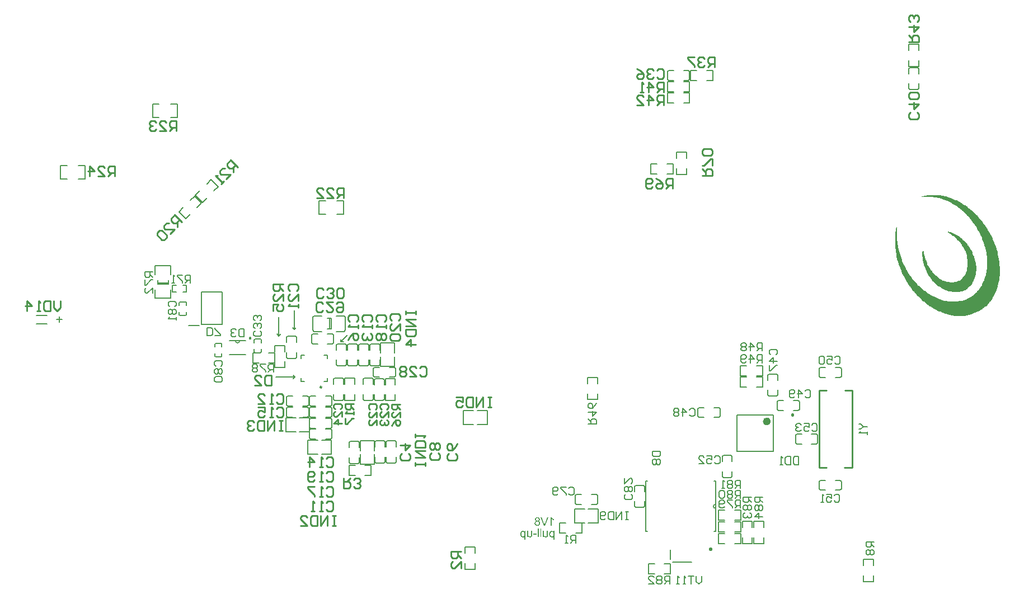
<source format=gbo>
G04*
G04 #@! TF.GenerationSoftware,Altium Limited,Altium Designer,19.1.8 (144)*
G04*
G04 Layer_Color=32896*
%FSLAX25Y25*%
%MOIN*%
G70*
G01*
G75*
%ADD10C,0.00787*%
%ADD11C,0.00984*%
%ADD12C,0.00630*%
%ADD13C,0.01000*%
%ADD122C,0.02362*%
%ADD257C,0.00600*%
%ADD258C,0.00300*%
%ADD259C,0.00906*%
G36*
X341430Y43328D02*
X341510Y43212D01*
X341605Y43095D01*
X341692Y42993D01*
X341780Y42906D01*
X341845Y42833D01*
X341875Y42811D01*
X341896Y42789D01*
X341904Y42782D01*
X341911Y42774D01*
X342064Y42650D01*
X342217Y42534D01*
X342363Y42432D01*
X342509Y42352D01*
X342633Y42279D01*
X342684Y42250D01*
X342727Y42228D01*
X342764Y42206D01*
X342793Y42199D01*
X342808Y42184D01*
X342815D01*
Y41586D01*
X342706Y41630D01*
X342596Y41681D01*
X342487Y41732D01*
X342385Y41783D01*
X342297Y41827D01*
X342225Y41863D01*
X342181Y41892D01*
X342173Y41900D01*
X342166D01*
X342035Y41980D01*
X341918Y42060D01*
X341816Y42133D01*
X341736Y42199D01*
X341663Y42250D01*
X341619Y42293D01*
X341583Y42322D01*
X341576Y42330D01*
Y38386D01*
X340956D01*
Y43452D01*
X341357D01*
X341430Y43328D01*
D02*
G37*
G36*
X337683Y38386D02*
X336983D01*
X335015Y43431D01*
X335693D01*
X337063Y39764D01*
X337122Y39611D01*
X337173Y39465D01*
X337216Y39326D01*
X337253Y39202D01*
X337289Y39093D01*
X337311Y39013D01*
X337318Y38984D01*
X337326Y38962D01*
X337333Y38947D01*
Y38940D01*
X337420Y39232D01*
X337464Y39370D01*
X337508Y39494D01*
X337544Y39603D01*
X337559Y39647D01*
X337566Y39691D01*
X337581Y39720D01*
X337588Y39742D01*
X337595Y39756D01*
Y39764D01*
X338908Y43431D01*
X339636D01*
X337683Y38386D01*
D02*
G37*
G36*
X333141Y43445D02*
X333258Y43438D01*
X333462Y43394D01*
X333557Y43365D01*
X333644Y43336D01*
X333724Y43299D01*
X333797Y43263D01*
X333856Y43226D01*
X333914Y43190D01*
X333965Y43161D01*
X334001Y43132D01*
X334031Y43110D01*
X334052Y43088D01*
X334067Y43081D01*
X334074Y43073D01*
X334140Y43000D01*
X334206Y42928D01*
X334257Y42847D01*
X334300Y42767D01*
X334373Y42614D01*
X334417Y42468D01*
X334446Y42344D01*
X334453Y42286D01*
X334461Y42242D01*
X334468Y42199D01*
Y42169D01*
Y42155D01*
Y42147D01*
X334461Y42016D01*
X334439Y41892D01*
X334410Y41783D01*
X334373Y41688D01*
X334344Y41615D01*
X334315Y41557D01*
X334293Y41528D01*
X334286Y41513D01*
X334206Y41426D01*
X334118Y41346D01*
X334023Y41273D01*
X333928Y41214D01*
X333841Y41171D01*
X333775Y41141D01*
X333746Y41127D01*
X333724Y41120D01*
X333717Y41112D01*
X333710D01*
X333877Y41061D01*
X334016Y40996D01*
X334140Y40916D01*
X334242Y40843D01*
X334322Y40770D01*
X334380Y40711D01*
X334410Y40675D01*
X334424Y40668D01*
Y40660D01*
X334504Y40529D01*
X334570Y40391D01*
X334614Y40259D01*
X334643Y40128D01*
X334658Y40012D01*
X334665Y39961D01*
Y39917D01*
X334672Y39888D01*
Y39858D01*
Y39844D01*
Y39836D01*
X334665Y39720D01*
X334650Y39603D01*
X334628Y39494D01*
X334599Y39385D01*
X334526Y39202D01*
X334490Y39115D01*
X334446Y39042D01*
X334402Y38969D01*
X334366Y38911D01*
X334322Y38860D01*
X334293Y38816D01*
X334264Y38780D01*
X334242Y38758D01*
X334227Y38743D01*
X334220Y38736D01*
X334133Y38656D01*
X334038Y38590D01*
X333936Y38532D01*
X333834Y38481D01*
X333739Y38444D01*
X333637Y38408D01*
X333440Y38357D01*
X333352Y38335D01*
X333272Y38320D01*
X333199Y38313D01*
X333134Y38306D01*
X333083Y38298D01*
X333010D01*
X332871Y38306D01*
X332748Y38320D01*
X332624Y38342D01*
X332507Y38364D01*
X332405Y38400D01*
X332303Y38437D01*
X332208Y38473D01*
X332128Y38517D01*
X332055Y38561D01*
X331989Y38597D01*
X331938Y38634D01*
X331887Y38670D01*
X331851Y38692D01*
X331829Y38714D01*
X331814Y38728D01*
X331807Y38736D01*
X331727Y38823D01*
X331654Y38911D01*
X331596Y38998D01*
X331545Y39093D01*
X331494Y39180D01*
X331457Y39275D01*
X331406Y39443D01*
X331384Y39523D01*
X331370Y39596D01*
X331362Y39662D01*
X331355Y39713D01*
X331348Y39756D01*
Y39793D01*
Y39815D01*
Y39822D01*
X331355Y39990D01*
X331384Y40143D01*
X331428Y40281D01*
X331472Y40398D01*
X331516Y40493D01*
X331559Y40565D01*
X331588Y40609D01*
X331596Y40617D01*
Y40624D01*
X331698Y40740D01*
X331807Y40843D01*
X331924Y40923D01*
X332033Y40996D01*
X332135Y41047D01*
X332223Y41083D01*
X332252Y41098D01*
X332274Y41105D01*
X332288Y41112D01*
X332295D01*
X332164Y41171D01*
X332055Y41236D01*
X331960Y41302D01*
X331880Y41367D01*
X331822Y41426D01*
X331778Y41469D01*
X331749Y41499D01*
X331741Y41513D01*
X331676Y41615D01*
X331632Y41717D01*
X331596Y41819D01*
X331574Y41921D01*
X331559Y42002D01*
X331552Y42067D01*
Y42111D01*
Y42118D01*
Y42126D01*
X331559Y42228D01*
X331567Y42322D01*
X331617Y42505D01*
X331683Y42665D01*
X331756Y42804D01*
X331829Y42913D01*
X331865Y42957D01*
X331894Y43000D01*
X331924Y43030D01*
X331946Y43051D01*
X331953Y43059D01*
X331960Y43066D01*
X332040Y43132D01*
X332120Y43197D01*
X332208Y43248D01*
X332295Y43292D01*
X332470Y43358D01*
X332645Y43401D01*
X332718Y43423D01*
X332791Y43431D01*
X332857Y43438D01*
X332915Y43445D01*
X332959Y43452D01*
X333025D01*
X333141Y43445D01*
D02*
G37*
G36*
X332478Y33012D02*
X330560D01*
Y33632D01*
X332478D01*
Y33012D01*
D02*
G37*
G36*
X339301Y32888D02*
Y32750D01*
X339294Y32626D01*
X339287Y32531D01*
X339279Y32444D01*
Y32385D01*
X339272Y32342D01*
X339265Y32313D01*
Y32305D01*
X339243Y32210D01*
X339214Y32123D01*
X339185Y32043D01*
X339148Y31977D01*
X339119Y31919D01*
X339097Y31882D01*
X339083Y31853D01*
X339075Y31846D01*
X339017Y31780D01*
X338951Y31722D01*
X338886Y31671D01*
X338813Y31627D01*
X338755Y31591D01*
X338703Y31562D01*
X338674Y31547D01*
X338660Y31540D01*
X338550Y31496D01*
X338448Y31467D01*
X338346Y31445D01*
X338251Y31431D01*
X338171Y31423D01*
X338106Y31416D01*
X338055D01*
X337923Y31423D01*
X337792Y31445D01*
X337676Y31474D01*
X337559Y31511D01*
X337457Y31562D01*
X337362Y31613D01*
X337275Y31664D01*
X337194Y31722D01*
X337122Y31780D01*
X337063Y31831D01*
X337012Y31890D01*
X336968Y31934D01*
X336932Y31970D01*
X336910Y31999D01*
X336895Y32021D01*
X336888Y32028D01*
Y31496D01*
X336334D01*
Y35156D01*
X336954D01*
Y33195D01*
X336961Y33027D01*
X336968Y32881D01*
X336983Y32757D01*
X337005Y32655D01*
X337027Y32575D01*
X337041Y32517D01*
X337049Y32487D01*
X337056Y32473D01*
X337100Y32385D01*
X337151Y32313D01*
X337209Y32247D01*
X337267Y32189D01*
X337318Y32145D01*
X337362Y32116D01*
X337391Y32094D01*
X337406Y32087D01*
X337501Y32043D01*
X337595Y32006D01*
X337683Y31984D01*
X337763Y31963D01*
X337829Y31955D01*
X337880Y31948D01*
X337931D01*
X338033Y31955D01*
X338120Y31970D01*
X338200Y31992D01*
X338266Y32021D01*
X338324Y32043D01*
X338361Y32065D01*
X338390Y32079D01*
X338397Y32087D01*
X338463Y32145D01*
X338514Y32203D01*
X338558Y32269D01*
X338594Y32327D01*
X338616Y32385D01*
X338631Y32429D01*
X338645Y32458D01*
Y32466D01*
X338660Y32546D01*
X338667Y32641D01*
X338674Y32750D01*
Y32859D01*
X338682Y32961D01*
Y33042D01*
Y33078D01*
Y33100D01*
Y33114D01*
Y33122D01*
Y35156D01*
X339301D01*
Y32888D01*
D02*
G37*
G36*
X329897D02*
Y32750D01*
X329890Y32626D01*
X329883Y32531D01*
X329875Y32444D01*
Y32385D01*
X329868Y32342D01*
X329861Y32313D01*
Y32305D01*
X329839Y32210D01*
X329810Y32123D01*
X329781Y32043D01*
X329744Y31977D01*
X329715Y31919D01*
X329693Y31882D01*
X329678Y31853D01*
X329671Y31846D01*
X329613Y31780D01*
X329547Y31722D01*
X329482Y31671D01*
X329409Y31627D01*
X329350Y31591D01*
X329299Y31562D01*
X329270Y31547D01*
X329256Y31540D01*
X329146Y31496D01*
X329044Y31467D01*
X328942Y31445D01*
X328847Y31431D01*
X328767Y31423D01*
X328702Y31416D01*
X328650D01*
X328519Y31423D01*
X328388Y31445D01*
X328272Y31474D01*
X328155Y31511D01*
X328053Y31562D01*
X327958Y31613D01*
X327870Y31664D01*
X327790Y31722D01*
X327717Y31780D01*
X327659Y31831D01*
X327608Y31890D01*
X327564Y31934D01*
X327528Y31970D01*
X327506Y31999D01*
X327491Y32021D01*
X327484Y32028D01*
Y31496D01*
X326930D01*
Y35156D01*
X327550D01*
Y33195D01*
X327557Y33027D01*
X327564Y32881D01*
X327579Y32757D01*
X327601Y32655D01*
X327623Y32575D01*
X327637Y32517D01*
X327644Y32487D01*
X327652Y32473D01*
X327695Y32385D01*
X327747Y32313D01*
X327805Y32247D01*
X327863Y32189D01*
X327914Y32145D01*
X327958Y32116D01*
X327987Y32094D01*
X328002Y32087D01*
X328097Y32043D01*
X328191Y32006D01*
X328279Y31984D01*
X328359Y31963D01*
X328425Y31955D01*
X328476Y31948D01*
X328527D01*
X328629Y31955D01*
X328716Y31970D01*
X328796Y31992D01*
X328862Y32021D01*
X328920Y32043D01*
X328957Y32065D01*
X328986Y32079D01*
X328993Y32087D01*
X329059Y32145D01*
X329110Y32203D01*
X329153Y32269D01*
X329190Y32327D01*
X329212Y32385D01*
X329226Y32429D01*
X329241Y32458D01*
Y32466D01*
X329256Y32546D01*
X329263Y32641D01*
X329270Y32750D01*
Y32859D01*
X329277Y32961D01*
Y33042D01*
Y33078D01*
Y33100D01*
Y33114D01*
Y33122D01*
Y35156D01*
X329897D01*
Y32888D01*
D02*
G37*
G36*
X335379Y31496D02*
X334759D01*
Y36541D01*
X335379D01*
Y31496D01*
D02*
G37*
G36*
X333812D02*
X333192D01*
Y36541D01*
X333812D01*
Y31496D01*
D02*
G37*
G36*
X341722Y35228D02*
X341838Y35214D01*
X341940Y35192D01*
X342028Y35163D01*
X342101Y35134D01*
X342159Y35112D01*
X342188Y35097D01*
X342203Y35090D01*
X342290Y35032D01*
X342378Y34966D01*
X342450Y34901D01*
X342516Y34828D01*
X342574Y34769D01*
X342611Y34718D01*
X342640Y34689D01*
X342647Y34675D01*
Y35156D01*
X343209D01*
Y30096D01*
X342589D01*
Y31875D01*
X342531Y31802D01*
X342465Y31737D01*
X342392Y31678D01*
X342334Y31635D01*
X342276Y31591D01*
X342232Y31562D01*
X342195Y31547D01*
X342188Y31540D01*
X342093Y31496D01*
X341999Y31467D01*
X341904Y31445D01*
X341816Y31431D01*
X341743Y31423D01*
X341685Y31416D01*
X341634D01*
X341481Y31423D01*
X341328Y31452D01*
X341197Y31489D01*
X341073Y31532D01*
X340971Y31576D01*
X340898Y31613D01*
X340869Y31627D01*
X340847Y31642D01*
X340839Y31649D01*
X340832D01*
X340694Y31751D01*
X340577Y31861D01*
X340475Y31970D01*
X340395Y32079D01*
X340329Y32181D01*
X340278Y32261D01*
X340264Y32291D01*
X340249Y32313D01*
X340242Y32327D01*
Y32334D01*
X340176Y32509D01*
X340125Y32684D01*
X340089Y32852D01*
X340059Y33012D01*
X340045Y33144D01*
Y33202D01*
X340037Y33253D01*
Y33297D01*
Y33326D01*
Y33340D01*
Y33348D01*
X340045Y33537D01*
X340067Y33720D01*
X340096Y33880D01*
X340132Y34026D01*
X340169Y34142D01*
X340183Y34193D01*
X340198Y34237D01*
X340212Y34266D01*
X340220Y34288D01*
X340227Y34303D01*
Y34310D01*
X340300Y34463D01*
X340387Y34602D01*
X340475Y34718D01*
X340562Y34813D01*
X340643Y34886D01*
X340708Y34944D01*
X340752Y34973D01*
X340759Y34988D01*
X340767D01*
X340905Y35068D01*
X341043Y35134D01*
X341182Y35177D01*
X341313Y35207D01*
X341423Y35221D01*
X341474Y35228D01*
X341510Y35236D01*
X341590D01*
X341722Y35228D01*
D02*
G37*
G36*
X324473D02*
X324590Y35214D01*
X324692Y35192D01*
X324780Y35163D01*
X324852Y35134D01*
X324911Y35112D01*
X324940Y35097D01*
X324955Y35090D01*
X325042Y35032D01*
X325130Y34966D01*
X325202Y34901D01*
X325268Y34828D01*
X325326Y34769D01*
X325363Y34718D01*
X325392Y34689D01*
X325399Y34675D01*
Y35156D01*
X325960D01*
Y30096D01*
X325341D01*
Y31875D01*
X325283Y31802D01*
X325217Y31737D01*
X325144Y31678D01*
X325086Y31635D01*
X325027Y31591D01*
X324984Y31562D01*
X324947Y31547D01*
X324940Y31540D01*
X324845Y31496D01*
X324750Y31467D01*
X324656Y31445D01*
X324568Y31431D01*
X324495Y31423D01*
X324437Y31416D01*
X324386D01*
X324233Y31423D01*
X324080Y31452D01*
X323949Y31489D01*
X323825Y31532D01*
X323723Y31576D01*
X323650Y31613D01*
X323620Y31627D01*
X323599Y31642D01*
X323591Y31649D01*
X323584D01*
X323446Y31751D01*
X323329Y31861D01*
X323227Y31970D01*
X323147Y32079D01*
X323081Y32181D01*
X323030Y32261D01*
X323015Y32291D01*
X323001Y32313D01*
X322993Y32327D01*
Y32334D01*
X322928Y32509D01*
X322877Y32684D01*
X322840Y32852D01*
X322811Y33012D01*
X322797Y33144D01*
Y33202D01*
X322789Y33253D01*
Y33297D01*
Y33326D01*
Y33340D01*
Y33348D01*
X322797Y33537D01*
X322818Y33720D01*
X322848Y33880D01*
X322884Y34026D01*
X322921Y34142D01*
X322935Y34193D01*
X322950Y34237D01*
X322964Y34266D01*
X322972Y34288D01*
X322979Y34303D01*
Y34310D01*
X323052Y34463D01*
X323139Y34602D01*
X323227Y34718D01*
X323314Y34813D01*
X323394Y34886D01*
X323460Y34944D01*
X323504Y34973D01*
X323511Y34988D01*
X323518D01*
X323657Y35068D01*
X323795Y35134D01*
X323934Y35177D01*
X324065Y35207D01*
X324174Y35221D01*
X324225Y35228D01*
X324262Y35236D01*
X324342D01*
X324473Y35228D01*
D02*
G37*
%LPC*%
G36*
X333068Y42942D02*
X333010D01*
X332886Y42935D01*
X332769Y42906D01*
X332675Y42869D01*
X332587Y42825D01*
X332522Y42782D01*
X332470Y42745D01*
X332434Y42716D01*
X332427Y42709D01*
X332347Y42614D01*
X332288Y42519D01*
X332244Y42424D01*
X332215Y42337D01*
X332201Y42257D01*
X332186Y42191D01*
Y42147D01*
Y42140D01*
Y42133D01*
X332193Y42016D01*
X332223Y41907D01*
X332259Y41812D01*
X332303Y41732D01*
X332347Y41666D01*
X332383Y41623D01*
X332412Y41586D01*
X332419Y41579D01*
X332507Y41506D01*
X332609Y41448D01*
X332704Y41411D01*
X332799Y41382D01*
X332886Y41367D01*
X332952Y41360D01*
X332995Y41353D01*
X333010D01*
X333141Y41360D01*
X333258Y41389D01*
X333360Y41426D01*
X333447Y41469D01*
X333513Y41506D01*
X333564Y41542D01*
X333600Y41572D01*
X333608Y41579D01*
X333681Y41666D01*
X333739Y41768D01*
X333775Y41863D01*
X333804Y41958D01*
X333819Y42038D01*
X333826Y42104D01*
X333834Y42147D01*
Y42155D01*
Y42162D01*
X333826Y42279D01*
X333797Y42381D01*
X333761Y42476D01*
X333717Y42556D01*
X333681Y42621D01*
X333644Y42672D01*
X333615Y42702D01*
X333608Y42709D01*
X333513Y42789D01*
X333418Y42847D01*
X333316Y42884D01*
X333221Y42913D01*
X333134Y42928D01*
X333068Y42942D01*
D02*
G37*
G36*
X333075Y40850D02*
X333032D01*
X332871Y40835D01*
X332726Y40806D01*
X332594Y40755D01*
X332485Y40704D01*
X332398Y40646D01*
X332332Y40595D01*
X332295Y40565D01*
X332281Y40551D01*
X332179Y40434D01*
X332106Y40310D01*
X332055Y40187D01*
X332018Y40077D01*
X331997Y39968D01*
X331989Y39888D01*
X331982Y39858D01*
Y39836D01*
Y39822D01*
Y39815D01*
X331997Y39662D01*
X332026Y39516D01*
X332077Y39392D01*
X332128Y39290D01*
X332179Y39210D01*
X332230Y39144D01*
X332259Y39107D01*
X332274Y39093D01*
X332390Y38998D01*
X332507Y38925D01*
X332631Y38881D01*
X332748Y38845D01*
X332850Y38823D01*
X332937Y38816D01*
X332966Y38809D01*
X333010D01*
X333112Y38816D01*
X333214Y38831D01*
X333309Y38852D01*
X333389Y38874D01*
X333455Y38896D01*
X333506Y38918D01*
X333535Y38933D01*
X333549Y38940D01*
X333637Y38998D01*
X333710Y39057D01*
X333775Y39122D01*
X333826Y39188D01*
X333870Y39239D01*
X333899Y39283D01*
X333914Y39319D01*
X333921Y39326D01*
X333958Y39421D01*
X333987Y39509D01*
X334009Y39596D01*
X334023Y39676D01*
X334031Y39742D01*
X334038Y39793D01*
Y39822D01*
Y39836D01*
X334023Y39990D01*
X333994Y40128D01*
X333950Y40252D01*
X333892Y40361D01*
X333841Y40442D01*
X333797Y40507D01*
X333768Y40544D01*
X333753Y40558D01*
X333644Y40653D01*
X333520Y40726D01*
X333404Y40777D01*
X333287Y40813D01*
X333185Y40835D01*
X333105Y40843D01*
X333075Y40850D01*
D02*
G37*
G36*
X341685Y34747D02*
X341649D01*
X341576Y34740D01*
X341503Y34733D01*
X341372Y34696D01*
X341255Y34638D01*
X341153Y34572D01*
X341073Y34507D01*
X341014Y34456D01*
X340978Y34412D01*
X340963Y34405D01*
Y34398D01*
X340912Y34332D01*
X340869Y34252D01*
X340796Y34084D01*
X340745Y33916D01*
X340708Y33749D01*
X340686Y33596D01*
X340679Y33530D01*
Y33472D01*
X340672Y33421D01*
Y33384D01*
Y33362D01*
Y33355D01*
Y33224D01*
X340686Y33100D01*
X340701Y32983D01*
X340716Y32874D01*
X340737Y32779D01*
X340767Y32692D01*
X340796Y32604D01*
X340817Y32539D01*
X340847Y32473D01*
X340876Y32422D01*
X340898Y32371D01*
X340927Y32334D01*
X340942Y32305D01*
X340956Y32283D01*
X340971Y32276D01*
Y32269D01*
X341029Y32210D01*
X341087Y32159D01*
X341204Y32072D01*
X341321Y32014D01*
X341430Y31970D01*
X341532Y31948D01*
X341605Y31934D01*
X341634Y31926D01*
X341678D01*
X341751Y31934D01*
X341824Y31941D01*
X341955Y31977D01*
X342071Y32035D01*
X342174Y32094D01*
X342254Y32152D01*
X342312Y32210D01*
X342348Y32247D01*
X342363Y32261D01*
X342414Y32327D01*
X342458Y32400D01*
X342531Y32568D01*
X342574Y32735D01*
X342611Y32910D01*
X342633Y33063D01*
X342640Y33129D01*
Y33187D01*
X342647Y33238D01*
Y33275D01*
Y33297D01*
Y33304D01*
Y33435D01*
X342633Y33552D01*
X342618Y33661D01*
X342604Y33770D01*
X342574Y33865D01*
X342553Y33953D01*
X342523Y34033D01*
X342494Y34106D01*
X342472Y34164D01*
X342443Y34222D01*
X342414Y34266D01*
X342392Y34310D01*
X342378Y34339D01*
X342363Y34361D01*
X342348Y34368D01*
Y34376D01*
X342290Y34441D01*
X342232Y34499D01*
X342174Y34551D01*
X342108Y34594D01*
X341991Y34660D01*
X341882Y34704D01*
X341787Y34725D01*
X341714Y34740D01*
X341685Y34747D01*
D02*
G37*
G36*
X324437D02*
X324400D01*
X324328Y34740D01*
X324255Y34733D01*
X324123Y34696D01*
X324007Y34638D01*
X323905Y34572D01*
X323825Y34507D01*
X323766Y34456D01*
X323730Y34412D01*
X323715Y34405D01*
Y34398D01*
X323664Y34332D01*
X323620Y34252D01*
X323548Y34084D01*
X323497Y33916D01*
X323460Y33749D01*
X323438Y33596D01*
X323431Y33530D01*
Y33472D01*
X323424Y33421D01*
Y33384D01*
Y33362D01*
Y33355D01*
Y33224D01*
X323438Y33100D01*
X323453Y32983D01*
X323467Y32874D01*
X323489Y32779D01*
X323518Y32692D01*
X323548Y32604D01*
X323569Y32539D01*
X323599Y32473D01*
X323628Y32422D01*
X323650Y32371D01*
X323679Y32334D01*
X323693Y32305D01*
X323708Y32283D01*
X323723Y32276D01*
Y32269D01*
X323781Y32210D01*
X323839Y32159D01*
X323956Y32072D01*
X324072Y32014D01*
X324182Y31970D01*
X324284Y31948D01*
X324357Y31934D01*
X324386Y31926D01*
X324430D01*
X324502Y31934D01*
X324575Y31941D01*
X324707Y31977D01*
X324823Y32035D01*
X324925Y32094D01*
X325006Y32152D01*
X325064Y32210D01*
X325100Y32247D01*
X325115Y32261D01*
X325166Y32327D01*
X325210Y32400D01*
X325283Y32568D01*
X325326Y32735D01*
X325363Y32910D01*
X325385Y33063D01*
X325392Y33129D01*
Y33187D01*
X325399Y33238D01*
Y33275D01*
Y33297D01*
Y33304D01*
Y33435D01*
X325385Y33552D01*
X325370Y33661D01*
X325356Y33770D01*
X325326Y33865D01*
X325304Y33953D01*
X325275Y34033D01*
X325246Y34106D01*
X325224Y34164D01*
X325195Y34222D01*
X325166Y34266D01*
X325144Y34310D01*
X325130Y34339D01*
X325115Y34361D01*
X325100Y34368D01*
Y34376D01*
X325042Y34441D01*
X324984Y34499D01*
X324925Y34551D01*
X324860Y34594D01*
X324743Y34660D01*
X324634Y34704D01*
X324539Y34725D01*
X324466Y34740D01*
X324437Y34747D01*
D02*
G37*
%LPD*%
D10*
X451968Y82775D02*
X473622D01*
X451968Y104428D02*
X473622D01*
X451968Y82775D02*
Y104428D01*
X473622Y82775D02*
Y104428D01*
X412224Y18307D02*
Y23819D01*
X413406Y16732D02*
X424902D01*
X187648Y128100D02*
X188681Y127067D01*
X132776Y177520D02*
X145374D01*
Y158228D02*
Y177520D01*
X132776Y158228D02*
X145374D01*
X132776D02*
Y177520D01*
X125394Y157717D02*
X131398D01*
X106791Y183130D02*
X113091D01*
X106791Y182382D02*
X113091D01*
X106791D02*
Y184744D01*
X113091Y182382D02*
Y184744D01*
X177362Y127067D02*
X187401D01*
X187402Y127067D02*
X188681D01*
X187648Y126033D02*
X188681Y127067D01*
X179035Y152756D02*
Y162795D01*
X179035Y151476D02*
Y152756D01*
X179035Y151476D02*
X180069Y152510D01*
X178002Y152510D02*
X179035Y151476D01*
X187254Y156447D02*
X188287Y155413D01*
X188287D02*
X189321Y156447D01*
X188287Y155413D02*
X188287D01*
X188287D02*
Y156693D01*
X188287Y156693D01*
Y166732D01*
X355197Y39961D02*
X361154D01*
X355197D02*
Y48268D01*
X361154D01*
X363256Y40000D02*
X369213D01*
X363256Y48268D02*
X369213D01*
Y40000D02*
Y48268D01*
X34459Y163661D02*
X40935D01*
X34459Y158780D02*
X40935D01*
X207775Y161909D02*
X210138D01*
X207775Y155610D02*
X210138D01*
Y161909D01*
X209390Y155610D02*
Y161909D01*
X216043Y148130D02*
Y149409D01*
Y148130D02*
X217520D01*
X216043D02*
X219980Y152067D01*
X297114Y107087D02*
X303071D01*
Y98779D02*
Y107087D01*
X297114Y98779D02*
X303071D01*
X289055Y107047D02*
X295012D01*
X289055Y98779D02*
X295012D01*
X289055D02*
Y107047D01*
X239567Y141209D02*
Y147165D01*
X247874D01*
Y141209D02*
Y147165D01*
X239606Y133150D02*
Y139106D01*
X247874Y133150D02*
Y139106D01*
X239606Y133150D02*
X247874D01*
X183150Y94291D02*
X189106D01*
X183150D02*
Y102599D01*
X189106D01*
X191209Y94331D02*
X197165D01*
X191209Y102599D02*
X197165D01*
Y94331D02*
Y102599D01*
X204398Y89370D02*
X210354D01*
Y81063D02*
Y89370D01*
X204398Y81063D02*
X210354D01*
X196338Y89331D02*
X202295D01*
X196338Y81063D02*
X202295D01*
X196338D02*
Y89331D01*
X227559Y83039D02*
Y88996D01*
X235866D01*
Y83039D02*
Y88996D01*
X227598Y74980D02*
Y80937D01*
X235866Y74980D02*
Y80937D01*
X227598Y74980D02*
X235866D01*
X205984Y124291D02*
X207953D01*
Y126260D01*
X192205Y124291D02*
X194173D01*
X192205D02*
Y126260D01*
X205984Y140039D02*
X207953D01*
Y138071D02*
Y140039D01*
X192205D02*
X194173D01*
X192205Y138071D02*
Y140039D01*
X162205Y149705D02*
Y150492D01*
X161418D01*
Y149705D01*
X162205D01*
X49803Y161259D02*
X46655D01*
X48229Y162833D02*
Y159685D01*
X430807Y8266D02*
Y5118D01*
X429233Y3543D01*
X427659Y5118D01*
Y8266D01*
X426084D02*
X422936D01*
X424510D01*
Y3543D01*
X421361D02*
X419787D01*
X420574D01*
Y8266D01*
X421361Y7479D01*
X417426Y3543D02*
X415851D01*
X416638D01*
Y8266D01*
X417426Y7479D01*
X467224Y55315D02*
X462501D01*
Y52953D01*
X463289Y52166D01*
X464863D01*
X465650Y52953D01*
Y55315D01*
Y53741D02*
X467224Y52166D01*
X463289Y50592D02*
X462501Y49805D01*
Y48231D01*
X463289Y47444D01*
X464076D01*
X464863Y48231D01*
X465650Y47444D01*
X466437D01*
X467224Y48231D01*
Y49805D01*
X466437Y50592D01*
X465650D01*
X464863Y49805D01*
X464076Y50592D01*
X463289D01*
X464863Y49805D02*
Y48231D01*
X467224Y43508D02*
X462501D01*
X464863Y45869D01*
Y42721D01*
X460433Y55413D02*
X455710D01*
Y53052D01*
X456497Y52265D01*
X458072D01*
X458859Y53052D01*
Y55413D01*
Y53839D02*
X460433Y52265D01*
X456497Y50691D02*
X455710Y49903D01*
Y48329D01*
X456497Y47542D01*
X457284D01*
X458072Y48329D01*
X458859Y47542D01*
X459646D01*
X460433Y48329D01*
Y49903D01*
X459646Y50691D01*
X458859D01*
X458072Y49903D01*
X457284Y50691D01*
X456497D01*
X458072Y49903D02*
Y48329D01*
X456497Y45968D02*
X455710Y45180D01*
Y43606D01*
X456497Y42819D01*
X457284D01*
X458072Y43606D01*
Y44393D01*
Y43606D01*
X458859Y42819D01*
X459646D01*
X460433Y43606D01*
Y45180D01*
X459646Y45968D01*
X411909Y3642D02*
Y8365D01*
X409548D01*
X408761Y7577D01*
Y6003D01*
X409548Y5216D01*
X411909D01*
X410335D02*
X408761Y3642D01*
X407187Y7577D02*
X406399Y8365D01*
X404825D01*
X404038Y7577D01*
Y6790D01*
X404825Y6003D01*
X404038Y5216D01*
Y4429D01*
X404825Y3642D01*
X406399D01*
X407187Y4429D01*
Y5216D01*
X406399Y6003D01*
X407187Y6790D01*
Y7577D01*
X406399Y6003D02*
X404825D01*
X399315Y3642D02*
X402464D01*
X399315Y6790D01*
Y7577D01*
X400102Y8365D01*
X401677D01*
X402464Y7577D01*
X453937Y60630D02*
Y65353D01*
X451576D01*
X450788Y64566D01*
Y62991D01*
X451576Y62204D01*
X453937D01*
X452363D02*
X450788Y60630D01*
X449214Y64566D02*
X448427Y65353D01*
X446853D01*
X446066Y64566D01*
Y63779D01*
X446853Y62991D01*
X446066Y62204D01*
Y61417D01*
X446853Y60630D01*
X448427D01*
X449214Y61417D01*
Y62204D01*
X448427Y62991D01*
X449214Y63779D01*
Y64566D01*
X448427Y62991D02*
X446853D01*
X444491Y60630D02*
X442917D01*
X443704D01*
Y65353D01*
X444491Y64566D01*
X453937Y54724D02*
Y59447D01*
X451576D01*
X450788Y58660D01*
Y57086D01*
X451576Y56299D01*
X453937D01*
X452363D02*
X450788Y54724D01*
X449214Y58660D02*
X448427Y59447D01*
X446853D01*
X446066Y58660D01*
Y57873D01*
X446853Y57086D01*
X446066Y56299D01*
Y55512D01*
X446853Y54724D01*
X448427D01*
X449214Y55512D01*
Y56299D01*
X448427Y57086D01*
X449214Y57873D01*
Y58660D01*
X448427Y57086D02*
X446853D01*
X444491Y58660D02*
X443704Y59447D01*
X442130D01*
X441343Y58660D01*
Y55512D01*
X442130Y54724D01*
X443704D01*
X444491Y55512D01*
Y58660D01*
X453937Y48819D02*
Y53542D01*
X451576D01*
X450788Y52755D01*
Y51180D01*
X451576Y50393D01*
X453937D01*
X452363D02*
X450788Y48819D01*
X449214Y53542D02*
X446066D01*
Y52755D01*
X449214Y49606D01*
Y48819D01*
X444491Y49606D02*
X443704Y48819D01*
X442130D01*
X441343Y49606D01*
Y52755D01*
X442130Y53542D01*
X443704D01*
X444491Y52755D01*
Y51968D01*
X443704Y51180D01*
X441343D01*
X401576Y82677D02*
X406299D01*
Y80316D01*
X405512Y79529D01*
X402363D01*
X401576Y80316D01*
Y82677D01*
X402363Y77954D02*
X401576Y77167D01*
Y75593D01*
X402363Y74806D01*
X403151D01*
X403938Y75593D01*
X404725Y74806D01*
X405512D01*
X406299Y75593D01*
Y77167D01*
X405512Y77954D01*
X404725D01*
X403938Y77167D01*
X403151Y77954D01*
X402363D01*
X403938Y77167D02*
Y75593D01*
X388877Y57086D02*
X389664Y56299D01*
Y54724D01*
X388877Y53937D01*
X385728D01*
X384941Y54724D01*
Y56299D01*
X385728Y57086D01*
X388877Y58660D02*
X389664Y59447D01*
Y61021D01*
X388877Y61809D01*
X388089D01*
X387302Y61021D01*
X386515Y61809D01*
X385728D01*
X384941Y61021D01*
Y59447D01*
X385728Y58660D01*
X386515D01*
X387302Y59447D01*
X388089Y58660D01*
X388877D01*
X387302Y59447D02*
Y61021D01*
X384941Y66531D02*
Y63383D01*
X388089Y66531D01*
X388877D01*
X389664Y65744D01*
Y64170D01*
X388877Y63383D01*
X175787Y129823D02*
Y134546D01*
X173426D01*
X172639Y133759D01*
Y132184D01*
X173426Y131397D01*
X175787D01*
X174213D02*
X172639Y129823D01*
X171064Y134546D02*
X167916D01*
Y133759D01*
X171064Y130610D01*
Y129823D01*
X166342Y133759D02*
X165554Y134546D01*
X163980D01*
X163193Y133759D01*
Y132971D01*
X163980Y132184D01*
X163193Y131397D01*
Y130610D01*
X163980Y129823D01*
X165554D01*
X166342Y130610D01*
Y131397D01*
X165554Y132184D01*
X166342Y132971D01*
Y133759D01*
X165554Y132184D02*
X163980D01*
X136319Y151576D02*
Y156299D01*
X138680D01*
X139468Y155512D01*
Y152364D01*
X138680Y151576D01*
X136319D01*
X141042D02*
X144190D01*
Y152364D01*
X141042Y155512D01*
Y156299D01*
X158366Y155707D02*
Y150984D01*
X156005D01*
X155218Y151771D01*
Y154920D01*
X156005Y155707D01*
X158366D01*
X153643Y154920D02*
X152856Y155707D01*
X151282D01*
X150495Y154920D01*
Y154133D01*
X151282Y153346D01*
X152069D01*
X151282D01*
X150495Y152559D01*
Y151771D01*
X151282Y150984D01*
X152856D01*
X153643Y151771D01*
X113879Y168899D02*
X113092Y169686D01*
Y171260D01*
X113879Y172047D01*
X117028D01*
X117815Y171260D01*
Y169686D01*
X117028Y168899D01*
X113879Y167324D02*
X113092Y166537D01*
Y164963D01*
X113879Y164176D01*
X114666D01*
X115454Y164963D01*
X116241Y164176D01*
X117028D01*
X117815Y164963D01*
Y166537D01*
X117028Y167324D01*
X116241D01*
X115454Y166537D01*
X114666Y167324D01*
X113879D01*
X115454Y166537D02*
Y164963D01*
X117815Y162601D02*
Y161027D01*
Y161814D01*
X113092D01*
X113879Y162601D01*
X141438Y133466D02*
X140651Y134253D01*
Y135827D01*
X141438Y136614D01*
X144587D01*
X145374Y135827D01*
Y134253D01*
X144587Y133466D01*
X141438Y131891D02*
X140651Y131104D01*
Y129530D01*
X141438Y128743D01*
X142225D01*
X143013Y129530D01*
X143800Y128743D01*
X144587D01*
X145374Y129530D01*
Y131104D01*
X144587Y131891D01*
X143800D01*
X143013Y131104D01*
X142225Y131891D01*
X141438D01*
X143013Y131104D02*
Y129530D01*
X141438Y127168D02*
X140651Y126381D01*
Y124807D01*
X141438Y124020D01*
X144587D01*
X145374Y124807D01*
Y126381D01*
X144587Y127168D01*
X141438D01*
X126378Y183071D02*
Y187794D01*
X124016D01*
X123229Y187007D01*
Y185432D01*
X124016Y184645D01*
X126378D01*
X124804D02*
X123229Y183071D01*
X121655Y187794D02*
X118507D01*
Y187007D01*
X121655Y183858D01*
Y183071D01*
X116932D02*
X115358D01*
X116145D01*
Y187794D01*
X116932Y187007D01*
X103839Y189567D02*
X99116D01*
Y187206D01*
X99903Y186418D01*
X101477D01*
X102264Y187206D01*
Y189567D01*
Y187993D02*
X103839Y186418D01*
X99116Y184844D02*
Y181695D01*
X99903D01*
X103051Y184844D01*
X103839D01*
Y176973D02*
Y180121D01*
X100690Y176973D01*
X99903D01*
X99116Y177760D01*
Y179334D01*
X99903Y180121D01*
X167912Y154330D02*
X168699Y153542D01*
Y151968D01*
X167912Y151181D01*
X164763D01*
X163976Y151968D01*
Y153542D01*
X164763Y154330D01*
X167912Y155904D02*
X168699Y156691D01*
Y158265D01*
X167912Y159053D01*
X167125D01*
X166338Y158265D01*
Y157478D01*
Y158265D01*
X165551Y159053D01*
X164763D01*
X163976Y158265D01*
Y156691D01*
X164763Y155904D01*
X167912Y160627D02*
X168699Y161414D01*
Y162988D01*
X167912Y163776D01*
X167125D01*
X166338Y162988D01*
Y162201D01*
Y162988D01*
X165551Y163776D01*
X164763D01*
X163976Y162988D01*
Y161414D01*
X164763Y160627D01*
X387106Y46652D02*
X385532D01*
X386319D01*
Y41929D01*
X387106D01*
X385532D01*
X383171D02*
Y46652D01*
X380022Y41929D01*
Y46652D01*
X378448D02*
Y41929D01*
X376086D01*
X375299Y42716D01*
Y45865D01*
X376086Y46652D01*
X378448D01*
X373725Y42716D02*
X372938Y41929D01*
X371363D01*
X370576Y42716D01*
Y45865D01*
X371363Y46652D01*
X372938D01*
X373725Y45865D01*
Y45078D01*
X372938Y44291D01*
X370576D01*
X351674Y60530D02*
X352461Y61317D01*
X354036D01*
X354823Y60530D01*
Y57382D01*
X354036Y56595D01*
X352461D01*
X351674Y57382D01*
X350100Y61317D02*
X346951D01*
Y60530D01*
X350100Y57382D01*
Y56595D01*
X345377Y57382D02*
X344590Y56595D01*
X343016D01*
X342229Y57382D01*
Y60530D01*
X343016Y61317D01*
X344590D01*
X345377Y60530D01*
Y59743D01*
X344590Y58956D01*
X342229D01*
X355906Y27953D02*
Y32676D01*
X353544D01*
X352757Y31888D01*
Y30314D01*
X353544Y29527D01*
X355906D01*
X354331D02*
X352757Y27953D01*
X351183D02*
X349608D01*
X350395D01*
Y32676D01*
X351183Y31888D01*
X533465Y28740D02*
X528742D01*
Y26379D01*
X529529Y25592D01*
X531103D01*
X531890Y26379D01*
Y28740D01*
Y27166D02*
X533465Y25592D01*
X529529Y24017D02*
X528742Y23230D01*
Y21656D01*
X529529Y20869D01*
X530316D01*
X531103Y21656D01*
X531890Y20869D01*
X532677D01*
X533465Y21656D01*
Y23230D01*
X532677Y24017D01*
X531890D01*
X531103Y23230D01*
X530316Y24017D01*
X529529D01*
X531103Y23230D02*
Y21656D01*
X466929Y135433D02*
Y140156D01*
X464568D01*
X463780Y139369D01*
Y137794D01*
X464568Y137007D01*
X466929D01*
X465355D02*
X463780Y135433D01*
X459845D02*
Y140156D01*
X462206Y137794D01*
X459058D01*
X457483Y136220D02*
X456696Y135433D01*
X455122D01*
X454335Y136220D01*
Y139369D01*
X455122Y140156D01*
X456696D01*
X457483Y139369D01*
Y138582D01*
X456696Y137794D01*
X454335D01*
X524706Y99016D02*
X525493D01*
X527068Y97442D01*
X525493Y95867D01*
X524706D01*
X527068Y97442D02*
X529429D01*
Y94293D02*
Y92719D01*
Y93506D01*
X524706D01*
X525493Y94293D01*
X466929Y142520D02*
Y147243D01*
X464568D01*
X463780Y146455D01*
Y144881D01*
X464568Y144094D01*
X466929D01*
X465355D02*
X463780Y142520D01*
X459845D02*
Y147243D01*
X462206Y144881D01*
X459058D01*
X457483Y146455D02*
X456696Y147243D01*
X455122D01*
X454335Y146455D01*
Y145668D01*
X455122Y144881D01*
X454335Y144094D01*
Y143307D01*
X455122Y142520D01*
X456696D01*
X457483Y143307D01*
Y144094D01*
X456696Y144881D01*
X457483Y145668D01*
Y146455D01*
X456696Y144881D02*
X455122D01*
X363386Y98819D02*
X368109D01*
Y101180D01*
X367322Y101968D01*
X365747D01*
X364960Y101180D01*
Y98819D01*
Y100393D02*
X363386Y101968D01*
Y105903D02*
X368109D01*
X365747Y103542D01*
Y106690D01*
X368109Y111413D02*
X367322Y109839D01*
X365747Y108265D01*
X364173D01*
X363386Y109052D01*
Y110626D01*
X364173Y111413D01*
X364960D01*
X365747Y110626D01*
Y108265D01*
X488583Y79526D02*
Y74803D01*
X486221D01*
X485434Y75590D01*
Y78739D01*
X486221Y79526D01*
X488583D01*
X483860D02*
Y74803D01*
X481498D01*
X480711Y75590D01*
Y78739D01*
X481498Y79526D01*
X483860D01*
X479137Y74803D02*
X477563D01*
X478350D01*
Y79526D01*
X479137Y78739D01*
X496458Y98424D02*
X497245Y99211D01*
X498819D01*
X499606Y98424D01*
Y95275D01*
X498819Y94488D01*
X497245D01*
X496458Y95275D01*
X491735Y99211D02*
X494883D01*
Y96850D01*
X493309Y97637D01*
X492522D01*
X491735Y96850D01*
Y95275D01*
X492522Y94488D01*
X494096D01*
X494883Y95275D01*
X490161Y98424D02*
X489373Y99211D01*
X487799D01*
X487012Y98424D01*
Y97637D01*
X487799Y96850D01*
X488586D01*
X487799D01*
X487012Y96062D01*
Y95275D01*
X487799Y94488D01*
X489373D01*
X490161Y95275D01*
X438584Y79133D02*
X439371Y79920D01*
X440945D01*
X441732Y79133D01*
Y75984D01*
X440945Y75197D01*
X439371D01*
X438584Y75984D01*
X433861Y79920D02*
X437009D01*
Y77558D01*
X435435Y78345D01*
X434648D01*
X433861Y77558D01*
Y75984D01*
X434648Y75197D01*
X436222D01*
X437009Y75984D01*
X429138Y75197D02*
X432287D01*
X429138Y78345D01*
Y79133D01*
X429925Y79920D01*
X431499D01*
X432287Y79133D01*
X509843Y56298D02*
X510631Y57085D01*
X512205D01*
X512992Y56298D01*
Y53149D01*
X512205Y52362D01*
X510631D01*
X509843Y53149D01*
X505121Y57085D02*
X508269D01*
Y54724D01*
X506695Y55511D01*
X505908D01*
X505121Y54724D01*
Y53149D01*
X505908Y52362D01*
X507482D01*
X508269Y53149D01*
X503546Y52362D02*
X501972D01*
X502759D01*
Y57085D01*
X503546Y56298D01*
X510237Y138581D02*
X511024Y139369D01*
X512599D01*
X513386Y138581D01*
Y135433D01*
X512599Y134646D01*
X511024D01*
X510237Y135433D01*
X505514Y139369D02*
X508663D01*
Y137007D01*
X507089Y137794D01*
X506301D01*
X505514Y137007D01*
Y135433D01*
X506301Y134646D01*
X507876D01*
X508663Y135433D01*
X503940Y138581D02*
X503153Y139369D01*
X501579D01*
X500792Y138581D01*
Y135433D01*
X501579Y134646D01*
X503153D01*
X503940Y135433D01*
Y138581D01*
X492521Y118503D02*
X493308Y119290D01*
X494882D01*
X495669Y118503D01*
Y115354D01*
X494882Y114567D01*
X493308D01*
X492521Y115354D01*
X488585Y114567D02*
Y119290D01*
X490946Y116928D01*
X487798D01*
X486224Y115354D02*
X485436Y114567D01*
X483862D01*
X483075Y115354D01*
Y118503D01*
X483862Y119290D01*
X485436D01*
X486224Y118503D01*
Y117716D01*
X485436Y116928D01*
X483075D01*
X423623Y107479D02*
X424410Y108266D01*
X425984D01*
X426772Y107479D01*
Y104331D01*
X425984Y103543D01*
X424410D01*
X423623Y104331D01*
X419687Y103543D02*
Y108266D01*
X422049Y105905D01*
X418900D01*
X417326Y107479D02*
X416539Y108266D01*
X414964D01*
X414177Y107479D01*
Y106692D01*
X414964Y105905D01*
X414177Y105118D01*
Y104331D01*
X414964Y103543D01*
X416539D01*
X417326Y104331D01*
Y105118D01*
X416539Y105905D01*
X417326Y106692D01*
Y107479D01*
X416539Y105905D02*
X414964D01*
X472049Y140158D02*
X471261Y140946D01*
Y142520D01*
X472049Y143307D01*
X475197D01*
X475984Y142520D01*
Y140946D01*
X475197Y140158D01*
X475984Y136223D02*
X471261D01*
X473623Y138584D01*
Y135436D01*
X471261Y133861D02*
Y130713D01*
X472049D01*
X475197Y133861D01*
X475984D01*
D11*
X204606Y120921D02*
G03*
X204606Y120921I-492J0D01*
G01*
X485236Y104133D02*
Y104920D01*
X484449D01*
Y104133D01*
X485236D01*
D12*
X450591Y33563D02*
X454232D01*
X450591Y27657D02*
X454232D01*
Y33563D01*
X441043D02*
X444685D01*
X441043Y27657D02*
X444685D01*
X441043D02*
Y33563D01*
X450591Y40650D02*
X454232D01*
X450591Y34744D02*
X454232D01*
Y40650D01*
X441043D02*
X444685D01*
X441043Y34744D02*
X444685D01*
X441043D02*
Y40650D01*
X450591Y47638D02*
X454232D01*
X450591Y41732D02*
X454232D01*
Y47638D01*
X441043D02*
X444685D01*
X441043Y41732D02*
X444685D01*
X441043D02*
Y47638D01*
X461024Y37205D02*
Y40846D01*
X455118D02*
X461024D01*
X455118Y37205D02*
Y40846D01*
X461024Y27657D02*
Y31299D01*
X455118Y27657D02*
X461024D01*
X455118D02*
Y31299D01*
X467815Y37205D02*
Y40846D01*
X461909D02*
X467815D01*
X461909Y37205D02*
Y40846D01*
X467815Y27657D02*
Y31299D01*
X461909Y27657D02*
X467815D01*
X461909D02*
Y31299D01*
X390945Y61713D02*
X391634Y62402D01*
X390945Y58760D02*
Y61713D01*
X391634Y62402D02*
X396161D01*
X396850Y61713D01*
Y58760D02*
Y61713D01*
X390945Y49902D02*
Y52854D01*
Y49902D02*
X391634Y49213D01*
X396161D01*
X396850Y49902D01*
Y52854D01*
X408661Y9586D02*
X412303D01*
Y15492D01*
X408661D02*
X412303D01*
X399114Y9586D02*
X402756D01*
X399114D02*
Y15492D01*
X402756D01*
X173031Y135433D02*
X176673D01*
Y141339D01*
X173031D02*
X176673D01*
X163484Y135433D02*
X167126D01*
X163484D02*
Y141339D01*
X167126D01*
X421752Y257185D02*
Y260827D01*
Y247638D02*
Y251279D01*
X415846Y260827D02*
X421752D01*
X415846Y257185D02*
Y260827D01*
Y247638D02*
X421752D01*
X415846D02*
Y251279D01*
X123406Y171673D02*
X123799Y171280D01*
Y169587D02*
Y171280D01*
Y163996D02*
Y165650D01*
X123366Y163563D02*
X123799Y163996D01*
X119665Y171201D02*
X120138Y171673D01*
X123406D01*
X119665Y169587D02*
Y171201D01*
Y164035D02*
X120138Y163563D01*
X123366D01*
X119665Y164035D02*
Y165650D01*
X144665Y147067D02*
X145059Y146673D01*
Y144980D02*
Y146673D01*
Y139390D02*
Y141043D01*
X144626Y138957D02*
X145059Y139390D01*
X140925Y146595D02*
X141398Y147067D01*
X144665D01*
X140925Y144980D02*
Y146595D01*
Y139429D02*
X141398Y138957D01*
X144626D01*
X140925Y139429D02*
Y141043D01*
X114567Y173917D02*
Y179134D01*
X105315Y173917D02*
X114567D01*
X105315D02*
Y179134D01*
X114567Y187992D02*
Y193209D01*
X105315D02*
X114567D01*
X105315Y187992D02*
Y193209D01*
X121752Y181693D02*
X123839D01*
Y177756D02*
Y181693D01*
X121752Y177756D02*
X123839D01*
X115728Y181693D02*
X117815D01*
X115728Y177756D02*
Y181693D01*
Y177756D02*
X117815D01*
X164350Y141890D02*
X164823Y141417D01*
X164350Y141890D02*
Y143504D01*
X164823Y141417D02*
X168051D01*
X168484Y141850D01*
Y143504D01*
X164350Y149055D02*
X164823Y149528D01*
X164350Y147441D02*
Y149055D01*
X164823Y149528D02*
X168091D01*
X168484Y149134D01*
Y147441D02*
Y149134D01*
X410236Y253839D02*
X413878D01*
X400689D02*
X404331D01*
X413878Y247933D02*
Y253839D01*
X410236Y247933D02*
X413878D01*
X400689D02*
Y253839D01*
Y247933D02*
X404331D01*
X365158Y56890D02*
X368110D01*
X368799Y56201D01*
Y51673D02*
Y56201D01*
X368110Y50984D02*
X368799Y51673D01*
X365158Y50984D02*
X368110D01*
X356299Y56890D02*
X359252D01*
X355610Y56201D02*
X356299Y56890D01*
X355610Y51673D02*
Y56201D01*
X356299Y50984D02*
X359252D01*
X355610Y51673D02*
X356299Y50984D01*
X463583Y121063D02*
X467224D01*
Y126969D01*
X463583D02*
X467224D01*
X454035Y121063D02*
X457677D01*
X454035D02*
Y126969D01*
X457677D01*
X463583Y127756D02*
X467224D01*
Y133661D01*
X463583D02*
X467224D01*
X454035Y127756D02*
X457677D01*
X454035D02*
Y133661D01*
X457677D01*
X362894Y113484D02*
Y117126D01*
Y113484D02*
X368799D01*
Y117126D01*
X362894Y123031D02*
Y126673D01*
X368799D01*
Y123031D02*
Y126673D01*
X554232Y312106D02*
Y315748D01*
Y312106D02*
X560138D01*
Y315748D01*
X554232Y321654D02*
Y325295D01*
X560138D01*
Y321654D02*
Y325295D01*
X420079Y290354D02*
X423720D01*
Y296260D01*
X420079D02*
X423720D01*
X410531Y290354D02*
X414173D01*
X410531D02*
Y296260D01*
X414173D01*
X410531Y302953D02*
X414173D01*
X410531Y297047D02*
Y302953D01*
Y297047D02*
X414173D01*
X420079Y302953D02*
X423720D01*
Y297047D02*
Y302953D01*
X420079Y297047D02*
X423720D01*
X424311Y309646D02*
X427952D01*
X424311Y303740D02*
Y309646D01*
Y303740D02*
X427952D01*
X433858Y309646D02*
X437500D01*
Y303740D02*
Y309646D01*
X433858Y303740D02*
X437500D01*
X242421Y112894D02*
Y116535D01*
Y112894D02*
X248327D01*
Y116535D01*
X242421Y122441D02*
Y126083D01*
X248327D01*
Y122441D02*
Y126083D01*
X176673Y132579D02*
Y136221D01*
Y132579D02*
X182579D01*
Y136221D01*
X176673Y142126D02*
Y145768D01*
X182579D01*
Y142126D02*
Y145768D01*
X48819Y245079D02*
X52756D01*
X48819Y252953D02*
X52756D01*
X48819Y245079D02*
Y252953D01*
X63583Y245079D02*
Y252953D01*
X59646Y245079D02*
X63583D01*
X59646Y252953D02*
X63583D01*
X114567Y289567D02*
X118504D01*
X114567Y281693D02*
X118504D01*
Y289567D01*
X103740Y281693D02*
Y289567D01*
X107677D01*
X103740Y281693D02*
X107677D01*
X202854Y224016D02*
X206791D01*
X202854Y231890D02*
X206791D01*
X202854Y224016D02*
Y231890D01*
X217618Y224016D02*
Y231890D01*
X213681Y224016D02*
X217618D01*
X213681Y231890D02*
X217618D01*
X129371Y235319D02*
X131946Y237894D01*
X129371Y235319D02*
X133547Y231143D01*
X136122Y233718D01*
Y242070D02*
X138697Y244645D01*
X142873Y240469D01*
X140298Y237894D02*
X142873Y240469D01*
X130357Y228051D02*
X132932Y230626D01*
X128756Y234802D02*
X132932Y230626D01*
X126181Y232227D02*
X128756Y234802D01*
X123606Y221300D02*
X126181Y223875D01*
X119430Y225476D02*
X123606Y221300D01*
X119430Y225476D02*
X122005Y228051D01*
X224114Y122539D02*
Y126181D01*
X218209D02*
X224114D01*
X218209Y122539D02*
Y126181D01*
X224114Y112992D02*
Y116634D01*
X218209Y112992D02*
X224114D01*
X218209D02*
Y116634D01*
X527362Y5020D02*
Y8662D01*
Y5020D02*
X533268D01*
Y8662D01*
X527362Y14567D02*
Y18209D01*
X533268D01*
Y14567D02*
Y18209D01*
X220768Y74311D02*
X224410D01*
X220768Y68405D02*
Y74311D01*
Y68405D02*
X224410D01*
X230315Y74311D02*
X233957D01*
Y68405D02*
Y74311D01*
X230315Y68405D02*
X233957D01*
X289961Y12303D02*
Y15945D01*
Y12303D02*
X295866D01*
Y15945D01*
X289961Y21850D02*
Y25492D01*
X295866D01*
Y21850D02*
Y25492D01*
X355906Y34055D02*
X359547D01*
Y39961D01*
X355906D02*
X359547D01*
X346358Y34055D02*
X350000D01*
X346358D02*
Y39961D01*
X350000D01*
X486811Y87795D02*
X487500Y87106D01*
X490453D01*
X486811Y87795D02*
Y92322D01*
X487500Y93011D01*
X490453D01*
X496358Y87106D02*
X499311D01*
X500000Y87795D01*
Y92322D01*
X499311Y93011D02*
X500000Y92322D01*
X496358Y93011D02*
X499311D01*
X443110Y79528D02*
X443799Y80216D01*
X443110Y76575D02*
Y79528D01*
X443799Y80216D02*
X448327D01*
X449016Y79528D01*
Y76575D02*
Y79528D01*
X443110Y67716D02*
Y70669D01*
Y67716D02*
X443799Y67028D01*
X448327D01*
X449016Y67716D01*
Y70669D01*
X500886Y60236D02*
X501575Y59547D01*
X504528D01*
X500886Y60236D02*
Y64763D01*
X501575Y65452D01*
X504528D01*
X510433Y59547D02*
X513386D01*
X514075Y60236D01*
Y64763D01*
X513386Y65452D02*
X514075Y64763D01*
X510433Y65452D02*
X513386D01*
X500886Y127362D02*
X501575Y126673D01*
X504528D01*
X500886Y127362D02*
Y131889D01*
X501575Y132578D01*
X504528D01*
X510433Y126673D02*
X513386D01*
X514075Y127362D01*
Y131889D01*
X513386Y132578D02*
X514075Y131889D01*
X510433Y132578D02*
X513386D01*
X475886Y107775D02*
X476575Y107086D01*
X479527D01*
X475886Y107775D02*
Y112303D01*
X476575Y112992D01*
X479527D01*
X485433Y107086D02*
X488386D01*
X489075Y107775D01*
Y112303D01*
X488386Y112992D02*
X489075Y112303D01*
X485433Y112992D02*
X488386D01*
X441142Y108759D02*
X441831Y108071D01*
X438189Y108759D02*
X441142D01*
X441831Y103543D02*
Y108071D01*
X441142Y102854D02*
X441831Y103543D01*
X438189Y102854D02*
X441142D01*
X429331Y108759D02*
X432283D01*
X428642Y108071D02*
X429331Y108759D01*
X428642Y103543D02*
Y108071D01*
Y103543D02*
X429331Y102854D01*
X432283D01*
X475590Y115551D02*
X476279Y116240D01*
Y119193D01*
X471063Y115551D02*
X475590D01*
X470374Y116240D02*
X471063Y115551D01*
X470374Y116240D02*
Y119193D01*
X476279Y125098D02*
Y128051D01*
X475590Y128740D02*
X476279Y128051D01*
X471063Y128740D02*
X475590D01*
X470374Y128051D02*
X471063Y128740D01*
X470374Y125098D02*
Y128051D01*
X559449Y298228D02*
X560138Y298917D01*
Y301870D01*
X554921Y298228D02*
X559449D01*
X554232Y298917D02*
X554921Y298228D01*
X554232Y298917D02*
Y301870D01*
X560138Y307776D02*
Y310728D01*
X559449Y311417D02*
X560138Y310728D01*
X554921Y311417D02*
X559449D01*
X554232Y310728D02*
X554921Y311417D01*
X554232Y307776D02*
Y310728D01*
X410531Y304429D02*
X411220Y303740D01*
X414173D01*
X410531Y304429D02*
Y308957D01*
X411220Y309646D01*
X414173D01*
X420079Y303740D02*
X423031D01*
X423720Y304429D01*
Y308957D01*
X423031Y309646D02*
X423720Y308957D01*
X420079Y309646D02*
X423031D01*
X199311Y154823D02*
Y162795D01*
Y154823D02*
X200000Y154134D01*
X204527D01*
X199311Y162795D02*
X199901Y163386D01*
X204527D01*
X218602Y154823D02*
Y162697D01*
X217913Y154134D02*
X218602Y154823D01*
X213386Y154134D02*
X217913D01*
X217913Y163386D02*
X218602Y162697D01*
X213386Y163386D02*
X217913D01*
X210925Y152559D02*
X211614Y151870D01*
X207972Y152559D02*
X210925D01*
X211614Y147343D02*
Y151870D01*
X210925Y146653D02*
X211614Y147343D01*
X207972Y146653D02*
X210925D01*
X199114Y152559D02*
X202067D01*
X198425Y151870D02*
X199114Y152559D01*
X198425Y147343D02*
Y151870D01*
Y147343D02*
X199114Y146653D01*
X202067D01*
X247736Y132776D02*
X248425Y132087D01*
X244783Y132776D02*
X247736D01*
X248425Y127559D02*
Y132087D01*
X247736Y126870D02*
X248425Y127559D01*
X244783Y126870D02*
X247736D01*
X235925Y132776D02*
X238878D01*
X235236Y132087D02*
X235925Y132776D01*
X235236Y127559D02*
Y132087D01*
Y127559D02*
X235925Y126870D01*
X238878D01*
X216831Y112992D02*
X217520Y113681D01*
Y116634D01*
X212303Y112992D02*
X216831D01*
X211614Y113681D02*
X212303Y112992D01*
X211614Y113681D02*
Y116634D01*
X217520Y122539D02*
Y125492D01*
X216831Y126181D02*
X217520Y125492D01*
X212303Y126181D02*
X216831D01*
X211614Y125492D02*
X212303Y126181D01*
X211614Y122539D02*
Y125492D01*
X241043Y112894D02*
X241732Y113583D01*
Y116535D01*
X236516Y112894D02*
X241043D01*
X235827Y113583D02*
X236516Y112894D01*
X235827Y113583D02*
Y116535D01*
X241732Y122441D02*
Y125394D01*
X241043Y126083D02*
X241732Y125394D01*
X236516Y126083D02*
X241043D01*
X235827Y125394D02*
X236516Y126083D01*
X235827Y122441D02*
Y125394D01*
X234449Y112992D02*
X235138Y113681D01*
Y116634D01*
X229921Y112992D02*
X234449D01*
X229232Y113681D02*
X229921Y112992D01*
X229232Y113681D02*
Y116634D01*
X235138Y122539D02*
Y125492D01*
X234449Y126181D02*
X235138Y125492D01*
X229921Y126181D02*
X234449D01*
X229232Y125492D02*
X229921Y126181D01*
X229232Y122539D02*
Y125492D01*
X183661Y150591D02*
X184350Y151279D01*
X183661Y147638D02*
Y150591D01*
X184350Y151279D02*
X188878D01*
X189567Y150591D01*
Y147638D02*
Y150591D01*
X183661Y138779D02*
Y141732D01*
Y138779D02*
X184350Y138091D01*
X188878D01*
X189567Y138779D01*
Y141732D01*
X238484Y133563D02*
X239173Y134252D01*
Y137205D01*
X233957Y133563D02*
X238484D01*
X233268Y134252D02*
X233957Y133563D01*
X233268Y134252D02*
Y137205D01*
X239173Y143110D02*
Y146063D01*
X238484Y146752D02*
X239173Y146063D01*
X233957Y146752D02*
X238484D01*
X233268Y146063D02*
X233957Y146752D01*
X233268Y143110D02*
Y146063D01*
X197343Y103642D02*
X198031Y102953D01*
X200984D01*
X197343Y103642D02*
Y108169D01*
X198031Y108858D01*
X200984D01*
X206890Y102953D02*
X209842D01*
X210531Y103642D01*
Y108169D01*
X209842Y108858D02*
X210531Y108169D01*
X206890Y108858D02*
X209842D01*
X231791Y133563D02*
X232480Y134252D01*
Y137205D01*
X227264Y133563D02*
X231791D01*
X226575Y134252D02*
X227264Y133563D01*
X226575Y134252D02*
Y137205D01*
X232480Y143110D02*
Y146063D01*
X231791Y146752D02*
X232480Y146063D01*
X227264Y146752D02*
X231791D01*
X226575Y146063D02*
X227264Y146752D01*
X226575Y143110D02*
Y146063D01*
X197343Y97047D02*
X198031Y96358D01*
X200984D01*
X197343Y97047D02*
Y101575D01*
X198031Y102264D01*
X200984D01*
X206890Y96358D02*
X209842D01*
X210531Y97047D01*
Y101575D01*
X209842Y102264D02*
X210531Y101575D01*
X206890Y102264D02*
X209842D01*
X218406Y133563D02*
X219094Y134252D01*
Y137205D01*
X213878Y133563D02*
X218406D01*
X213189Y134252D02*
X213878Y133563D01*
X213189Y134252D02*
Y137205D01*
X219094Y143110D02*
Y146063D01*
X218406Y146752D02*
X219094Y146063D01*
X213878Y146752D02*
X218406D01*
X213189Y146063D02*
X213878Y146752D01*
X213189Y143110D02*
Y146063D01*
X196063Y108858D02*
X196752Y108169D01*
X193110Y108858D02*
X196063D01*
X196752Y103642D02*
Y108169D01*
X196063Y102953D02*
X196752Y103642D01*
X193110Y102953D02*
X196063D01*
X184252Y108858D02*
X187205D01*
X183563Y108169D02*
X184252Y108858D01*
X183563Y103642D02*
Y108169D01*
Y103642D02*
X184252Y102953D01*
X187205D01*
X197343Y110335D02*
X198031Y109646D01*
X200984D01*
X197343Y110335D02*
Y114862D01*
X198031Y115551D01*
X200984D01*
X206890Y109646D02*
X209842D01*
X210531Y110335D01*
Y114862D01*
X209842Y115551D02*
X210531Y114862D01*
X206890Y115551D02*
X209842D01*
X225098Y133563D02*
X225787Y134252D01*
Y137205D01*
X220571Y133563D02*
X225098D01*
X219882Y134252D02*
X220571Y133563D01*
X219882Y134252D02*
Y137205D01*
X225787Y143110D02*
Y146063D01*
X225098Y146752D02*
X225787Y146063D01*
X220571Y146752D02*
X225098D01*
X219882Y146063D02*
X220571Y146752D01*
X219882Y143110D02*
Y146063D01*
X196063Y115551D02*
X196752Y114862D01*
X193110Y115551D02*
X196063D01*
X196752Y110335D02*
Y114862D01*
X196063Y109646D02*
X196752Y110335D01*
X193110Y109646D02*
X196063D01*
X184252Y115551D02*
X187205D01*
X183563Y114862D02*
X184252Y115551D01*
X183563Y110335D02*
Y114862D01*
Y110335D02*
X184252Y109646D01*
X187205D01*
X197343Y90650D02*
X198031Y89961D01*
X200984D01*
X197343Y90650D02*
Y95177D01*
X198031Y95866D01*
X200984D01*
X206890Y89961D02*
X209842D01*
X210531Y90650D01*
Y95177D01*
X209842Y95866D02*
X210531Y95177D01*
X206890Y95866D02*
X209842D01*
X236220Y88287D02*
X236909Y88976D01*
X236220Y85335D02*
Y88287D01*
X236909Y88976D02*
X241437D01*
X242126Y88287D01*
Y85335D02*
Y88287D01*
X236220Y76476D02*
Y79429D01*
Y76476D02*
X236909Y75787D01*
X241437D01*
X242126Y76476D01*
Y79429D01*
X248130Y75787D02*
X248819Y76476D01*
Y79429D01*
X243602Y75787D02*
X248130D01*
X242913Y76476D02*
X243602Y75787D01*
X242913Y76476D02*
Y79429D01*
X248819Y85335D02*
Y88287D01*
X248130Y88976D02*
X248819Y88287D01*
X243602Y88976D02*
X248130D01*
X242913Y88287D02*
X243602Y88976D01*
X242913Y85335D02*
Y88287D01*
X226083Y75394D02*
X226772Y76083D01*
Y79035D01*
X221555Y75394D02*
X226083D01*
X220866Y76083D02*
X221555Y75394D01*
X220866Y76083D02*
Y79035D01*
X226772Y84941D02*
Y87894D01*
X226083Y88583D02*
X226772Y87894D01*
X221555Y88583D02*
X226083D01*
X220866Y87894D02*
X221555Y88583D01*
X220866Y84941D02*
Y87894D01*
D13*
X516181Y119094D02*
X520669D01*
Y73031D02*
Y119094D01*
X500984D02*
X505394D01*
X516063Y73031D02*
X520669D01*
X500984D02*
X505354D01*
X500984D02*
Y119094D01*
X435433Y24016D02*
X436433D01*
Y25015D01*
X435433D01*
Y24016D01*
X431102Y246850D02*
X437100D01*
Y249849D01*
X436101Y250849D01*
X434101D01*
X433102Y249849D01*
Y246850D01*
Y248850D02*
X431102Y250849D01*
X437100Y252849D02*
Y256847D01*
X436101D01*
X432102Y252849D01*
X431102D01*
X436101Y258846D02*
X437100Y259846D01*
Y261845D01*
X436101Y262845D01*
X432102D01*
X431102Y261845D01*
Y259846D01*
X432102Y258846D01*
X436101D01*
X413681Y239370D02*
Y245368D01*
X410682D01*
X409682Y244369D01*
Y242369D01*
X410682Y241369D01*
X413681D01*
X411682D02*
X409682Y239370D01*
X403684Y245368D02*
X405684Y244369D01*
X407683Y242369D01*
Y240370D01*
X406683Y239370D01*
X404684D01*
X403684Y240370D01*
Y241369D01*
X404684Y242369D01*
X407683D01*
X401685Y240370D02*
X400685Y239370D01*
X398686D01*
X397686Y240370D01*
Y244369D01*
X398686Y245368D01*
X400685D01*
X401685Y244369D01*
Y243369D01*
X400685Y242369D01*
X397686D01*
X81299Y246654D02*
Y252652D01*
X78300D01*
X77301Y251652D01*
Y249653D01*
X78300Y248653D01*
X81299D01*
X79300D02*
X77301Y246654D01*
X71302D02*
X75301D01*
X71302Y250652D01*
Y251652D01*
X72302Y252652D01*
X74301D01*
X75301Y251652D01*
X66304Y246654D02*
Y252652D01*
X69303Y249653D01*
X65304D01*
X117913Y273622D02*
Y279620D01*
X114914D01*
X113915Y278620D01*
Y276621D01*
X114914Y275621D01*
X117913D01*
X115914D02*
X113915Y273622D01*
X107917D02*
X111915D01*
X107917Y277621D01*
Y278620D01*
X108916Y279620D01*
X110916D01*
X111915Y278620D01*
X105917D02*
X104918Y279620D01*
X102918D01*
X101919Y278620D01*
Y277621D01*
X102918Y276621D01*
X103918D01*
X102918D01*
X101919Y275621D01*
Y274622D01*
X102918Y273622D01*
X104918D01*
X105917Y274622D01*
X217421Y233661D02*
Y239660D01*
X214422D01*
X213423Y238660D01*
Y236660D01*
X214422Y235661D01*
X217421D01*
X215422D02*
X213423Y233661D01*
X207424D02*
X211423D01*
X207424Y237660D01*
Y238660D01*
X208424Y239660D01*
X210423D01*
X211423Y238660D01*
X201426Y233661D02*
X205425D01*
X201426Y237660D01*
Y238660D01*
X202426Y239660D01*
X204426D01*
X205425Y238660D01*
X287697Y23031D02*
X281699D01*
Y20032D01*
X282698Y19033D01*
X284698D01*
X285698Y20032D01*
Y23031D01*
Y21032D02*
X287697Y19033D01*
Y13035D02*
Y17033D01*
X283698Y13035D01*
X282698D01*
X281699Y14034D01*
Y16034D01*
X282698Y17033D01*
X48917Y172238D02*
Y168239D01*
X46918Y166240D01*
X44919Y168239D01*
Y172238D01*
X42919D02*
Y166240D01*
X39920D01*
X38921Y167240D01*
Y171239D01*
X39920Y172238D01*
X42919D01*
X36921Y166240D02*
X34922D01*
X35921D01*
Y172238D01*
X36921Y171239D01*
X28924Y166240D02*
Y172238D01*
X31923Y169239D01*
X27924D01*
X554232Y326575D02*
X560230D01*
Y329574D01*
X559231Y330574D01*
X557231D01*
X556232Y329574D01*
Y326575D01*
Y328574D02*
X554232Y330574D01*
Y335572D02*
X560230D01*
X557231Y332573D01*
Y336572D01*
X559231Y338571D02*
X560230Y339571D01*
Y341570D01*
X559231Y342570D01*
X558231D01*
X557231Y341570D01*
Y340570D01*
Y341570D01*
X556232Y342570D01*
X555232D01*
X554232Y341570D01*
Y339571D01*
X555232Y338571D01*
X408071Y288878D02*
Y294876D01*
X405072D01*
X404072Y293876D01*
Y291877D01*
X405072Y290877D01*
X408071D01*
X406072D02*
X404072Y288878D01*
X399074D02*
Y294876D01*
X402073Y291877D01*
X398074D01*
X392076Y288878D02*
X396075D01*
X392076Y292877D01*
Y293876D01*
X393076Y294876D01*
X395075D01*
X396075Y293876D01*
X408268Y296752D02*
Y302750D01*
X405269D01*
X404269Y301750D01*
Y299751D01*
X405269Y298751D01*
X408268D01*
X406268D02*
X404269Y296752D01*
X399271D02*
Y302750D01*
X402270Y299751D01*
X398271D01*
X396272Y296752D02*
X394272D01*
X395272D01*
Y302750D01*
X396272Y301750D01*
X438681Y311811D02*
Y317809D01*
X435682D01*
X434682Y316809D01*
Y314810D01*
X435682Y313810D01*
X438681D01*
X436682D02*
X434682Y311811D01*
X432683Y316809D02*
X431683Y317809D01*
X429684D01*
X428684Y316809D01*
Y315810D01*
X429684Y314810D01*
X430684D01*
X429684D01*
X428684Y313810D01*
Y312811D01*
X429684Y311811D01*
X431683D01*
X432683Y312811D01*
X426685Y317809D02*
X422686D01*
Y316809D01*
X426685Y312811D01*
Y311811D01*
X154626Y251969D02*
X150385Y256210D01*
X148264Y254089D01*
Y252675D01*
X149678Y251262D01*
X151092D01*
X153212Y253382D01*
X151798Y251969D02*
Y249141D01*
X147557Y244900D02*
X150385Y247727D01*
X144730D01*
X144023Y248434D01*
Y249848D01*
X145437Y251262D01*
X146850D01*
X146143Y243486D02*
X144730Y242072D01*
X145437Y242779D01*
X141195Y247020D01*
X142609D01*
X121260Y219291D02*
X117019Y223533D01*
X114898Y221412D01*
Y219998D01*
X116312Y218584D01*
X117726D01*
X119846Y220705D01*
X118432Y219291D02*
Y216464D01*
X114191Y212223D02*
X117019Y215050D01*
X111364D01*
X110657Y215757D01*
Y217171D01*
X112071Y218584D01*
X113484D01*
X109243Y214343D02*
X107829D01*
X106415Y212929D01*
Y211516D01*
X109243Y208688D01*
X110657D01*
X112071Y210102D01*
Y211516D01*
X109243Y214343D01*
X181496Y182185D02*
X175498D01*
Y179186D01*
X176498Y178186D01*
X178497D01*
X179497Y179186D01*
Y182185D01*
Y180186D02*
X181496Y178186D01*
Y172188D02*
Y176187D01*
X177497Y172188D01*
X176498D01*
X175498Y173188D01*
Y175187D01*
X176498Y176187D01*
X175498Y166190D02*
Y170189D01*
X178497D01*
X177497Y168190D01*
Y167190D01*
X178497Y166190D01*
X180496D01*
X181496Y167190D01*
Y169189D01*
X180496Y170189D01*
X217421Y66634D02*
Y60636D01*
X220420D01*
X221420Y61636D01*
Y63635D01*
X220420Y64635D01*
X217421D01*
X219421D02*
X221420Y66634D01*
X223419Y61636D02*
X224419Y60636D01*
X226418D01*
X227418Y61636D01*
Y62635D01*
X226418Y63635D01*
X225419D01*
X226418D01*
X227418Y64635D01*
Y65634D01*
X226418Y66634D01*
X224419D01*
X223419Y65634D01*
X305512Y114856D02*
X303513D01*
X304512D01*
Y108858D01*
X305512D01*
X303513D01*
X300514D02*
Y114856D01*
X296515Y108858D01*
Y114856D01*
X294515D02*
Y108858D01*
X291516D01*
X290517Y109858D01*
Y113857D01*
X291516Y114856D01*
X294515D01*
X284519D02*
X288517D01*
Y111857D01*
X286518Y112857D01*
X285518D01*
X284519Y111857D01*
Y109858D01*
X285518Y108858D01*
X287518D01*
X288517Y109858D01*
X254533Y166437D02*
Y164438D01*
Y165437D01*
X260531D01*
Y166437D01*
Y164438D01*
Y161439D02*
X254533D01*
X260531Y157440D01*
X254533D01*
Y155441D02*
X260531D01*
Y152442D01*
X259532Y151442D01*
X255533D01*
X254533Y152442D01*
Y155441D01*
X260531Y146443D02*
X254533D01*
X257533Y149443D01*
Y145444D01*
X181201Y100880D02*
X179201D01*
X180201D01*
Y94882D01*
X181201D01*
X179201D01*
X176202D02*
Y100880D01*
X172204Y94882D01*
Y100880D01*
X170204D02*
Y94882D01*
X167205D01*
X166206Y95882D01*
Y99880D01*
X167205Y100880D01*
X170204D01*
X164206Y99880D02*
X163207Y100880D01*
X161207D01*
X160208Y99880D01*
Y98881D01*
X161207Y97881D01*
X162207D01*
X161207D01*
X160208Y96881D01*
Y95882D01*
X161207Y94882D01*
X163207D01*
X164206Y95882D01*
X212992Y44187D02*
X210993D01*
X211992D01*
Y38189D01*
X212992D01*
X210993D01*
X207994D02*
Y44187D01*
X203995Y38189D01*
Y44187D01*
X201996D02*
Y38189D01*
X198997D01*
X197997Y39189D01*
Y43187D01*
X198997Y44187D01*
X201996D01*
X191999Y38189D02*
X195998D01*
X191999Y42188D01*
Y43187D01*
X192999Y44187D01*
X194998D01*
X195998Y43187D01*
X266333Y73917D02*
Y75917D01*
Y74917D01*
X260335D01*
Y73917D01*
Y75917D01*
Y78916D02*
X266333D01*
X260335Y82914D01*
X266333D01*
Y84914D02*
X260335D01*
Y87913D01*
X261334Y88912D01*
X265333D01*
X266333Y87913D01*
Y84914D01*
X260335Y90912D02*
Y92911D01*
Y91912D01*
X266333D01*
X265333Y90912D01*
X174508Y127947D02*
Y121949D01*
X171509D01*
X170509Y122949D01*
Y126947D01*
X171509Y127947D01*
X174508D01*
X164511Y121949D02*
X168510D01*
X164511Y125947D01*
Y126947D01*
X165511Y127947D01*
X167510D01*
X168510Y126947D01*
X559329Y284510D02*
X560329Y283511D01*
Y281511D01*
X559329Y280512D01*
X555330D01*
X554331Y281511D01*
Y283511D01*
X555330Y284510D01*
X554331Y289509D02*
X560329D01*
X557330Y286510D01*
Y290509D01*
X559329Y292508D02*
X560329Y293508D01*
Y295507D01*
X559329Y296507D01*
X555330D01*
X554331Y295507D01*
Y293508D01*
X555330Y292508D01*
X559329D01*
X404367Y309723D02*
X405367Y310722D01*
X407367D01*
X408366Y309723D01*
Y305724D01*
X407367Y304724D01*
X405367D01*
X404367Y305724D01*
X402368Y309723D02*
X401368Y310722D01*
X399369D01*
X398369Y309723D01*
Y308723D01*
X399369Y307723D01*
X400369D01*
X399369D01*
X398369Y306724D01*
Y305724D01*
X399369Y304724D01*
X401368D01*
X402368Y305724D01*
X392371Y310722D02*
X394371Y309723D01*
X396370Y307723D01*
Y305724D01*
X395370Y304724D01*
X393371D01*
X392371Y305724D01*
Y306724D01*
X393371Y307723D01*
X396370D01*
X205574Y175120D02*
X204574Y174120D01*
X202574D01*
X201575Y175120D01*
Y179118D01*
X202574Y180118D01*
X204574D01*
X205574Y179118D01*
X207573Y175120D02*
X208573Y174120D01*
X210572D01*
X211572Y175120D01*
Y176119D01*
X210572Y177119D01*
X209572D01*
X210572D01*
X211572Y178119D01*
Y179118D01*
X210572Y180118D01*
X208573D01*
X207573Y179118D01*
X213571Y175120D02*
X214571Y174120D01*
X216570D01*
X217570Y175120D01*
Y179118D01*
X216570Y180118D01*
X214571D01*
X213571Y179118D01*
Y175120D01*
X205377Y166655D02*
X204377Y165656D01*
X202378D01*
X201378Y166655D01*
Y170654D01*
X202378Y171653D01*
X204377D01*
X205377Y170654D01*
X211375Y171653D02*
X207376D01*
X211375Y167655D01*
Y166655D01*
X210375Y165656D01*
X208376D01*
X207376Y166655D01*
X213374Y170654D02*
X214374Y171653D01*
X216373D01*
X217373Y170654D01*
Y166655D01*
X216373Y165656D01*
X214374D01*
X213374Y166655D01*
Y167655D01*
X214374Y168655D01*
X217373D01*
X262734Y132164D02*
X263733Y133163D01*
X265733D01*
X266732Y132164D01*
Y128165D01*
X265733Y127165D01*
X263733D01*
X262734Y128165D01*
X256735Y127165D02*
X260734D01*
X256735Y131164D01*
Y132164D01*
X257735Y133163D01*
X259735D01*
X260734Y132164D01*
X254736D02*
X253736Y133163D01*
X251737D01*
X250737Y132164D01*
Y131164D01*
X251737Y130164D01*
X250737Y129165D01*
Y128165D01*
X251737Y127165D01*
X253736D01*
X254736Y128165D01*
Y129165D01*
X253736Y130164D01*
X254736Y131164D01*
Y132164D01*
X253736Y130164D02*
X251737D01*
X185454Y178186D02*
X184455Y179186D01*
Y181185D01*
X185454Y182185D01*
X189453D01*
X190453Y181185D01*
Y179186D01*
X189453Y178186D01*
X190453Y172188D02*
Y176187D01*
X186454Y172188D01*
X185454D01*
X184455Y173188D01*
Y175187D01*
X185454Y176187D01*
X190453Y170189D02*
Y168190D01*
Y169189D01*
X184455D01*
X185454Y170189D01*
X246281Y160765D02*
X245282Y161765D01*
Y163764D01*
X246281Y164764D01*
X250280D01*
X251279Y163764D01*
Y161765D01*
X250280Y160765D01*
X251279Y154767D02*
Y158766D01*
X247281Y154767D01*
X246281D01*
X245282Y155767D01*
Y157766D01*
X246281Y158766D01*
Y152768D02*
X245282Y151768D01*
Y149769D01*
X246281Y148769D01*
X250280D01*
X251279Y149769D01*
Y151768D01*
X250280Y152768D01*
X246281D01*
X207123Y69762D02*
X208123Y70762D01*
X210122D01*
X211122Y69762D01*
Y65763D01*
X210122Y64764D01*
X208123D01*
X207123Y65763D01*
X205124Y64764D02*
X203125D01*
X204124D01*
Y70762D01*
X205124Y69762D01*
X200126Y65763D02*
X199126Y64764D01*
X197127D01*
X196127Y65763D01*
Y69762D01*
X197127Y70762D01*
X199126D01*
X200126Y69762D01*
Y68762D01*
X199126Y67763D01*
X196127D01*
X237915Y159978D02*
X236915Y160977D01*
Y162977D01*
X237915Y163976D01*
X241914D01*
X242913Y162977D01*
Y160977D01*
X241914Y159978D01*
X242913Y157978D02*
Y155979D01*
Y156979D01*
X236915D01*
X237915Y157978D01*
Y152980D02*
X236915Y151980D01*
Y149981D01*
X237915Y148981D01*
X238915D01*
X239914Y149981D01*
X240914Y148981D01*
X241914D01*
X242913Y149981D01*
Y151980D01*
X241914Y152980D01*
X240914D01*
X239914Y151980D01*
X238915Y152980D01*
X237915D01*
X239914Y151980D02*
Y149981D01*
X207123Y60805D02*
X208123Y61805D01*
X210122D01*
X211122Y60805D01*
Y56807D01*
X210122Y55807D01*
X208123D01*
X207123Y56807D01*
X205124Y55807D02*
X203125D01*
X204124D01*
Y61805D01*
X205124Y60805D01*
X200126Y61805D02*
X196127D01*
Y60805D01*
X200126Y56807D01*
Y55807D01*
X221380Y159978D02*
X220380Y160977D01*
Y162977D01*
X221380Y163976D01*
X225378D01*
X226378Y162977D01*
Y160977D01*
X225378Y159978D01*
X226378Y157978D02*
Y155979D01*
Y156979D01*
X220380D01*
X221380Y157978D01*
X220380Y148981D02*
X221380Y150981D01*
X223379Y152980D01*
X225378D01*
X226378Y151980D01*
Y149981D01*
X225378Y148981D01*
X224379D01*
X223379Y149981D01*
Y152980D01*
X177694Y107951D02*
X178694Y108951D01*
X180693D01*
X181693Y107951D01*
Y103952D01*
X180693Y102953D01*
X178694D01*
X177694Y103952D01*
X175695Y102953D02*
X173696D01*
X174695D01*
Y108951D01*
X175695Y107951D01*
X166698Y108951D02*
X170696D01*
Y105952D01*
X168697Y106951D01*
X167698D01*
X166698Y105952D01*
Y103952D01*
X167698Y102953D01*
X169697D01*
X170696Y103952D01*
X207123Y78227D02*
X208123Y79226D01*
X210122D01*
X211122Y78227D01*
Y74228D01*
X210122Y73228D01*
X208123D01*
X207123Y74228D01*
X205124Y73228D02*
X203125D01*
X204124D01*
Y79226D01*
X205124Y78227D01*
X197127Y73228D02*
Y79226D01*
X200126Y76227D01*
X196127D01*
X229450Y160076D02*
X228451Y161076D01*
Y163075D01*
X229450Y164075D01*
X233449D01*
X234449Y163075D01*
Y161076D01*
X233449Y160076D01*
X234449Y158077D02*
Y156077D01*
Y157077D01*
X228451D01*
X229450Y158077D01*
Y153078D02*
X228451Y152079D01*
Y150079D01*
X229450Y149080D01*
X230450D01*
X231450Y150079D01*
Y151079D01*
Y150079D01*
X232450Y149080D01*
X233449D01*
X234449Y150079D01*
Y152079D01*
X233449Y153078D01*
X177596Y116120D02*
X178595Y117120D01*
X180595D01*
X181595Y116120D01*
Y112122D01*
X180595Y111122D01*
X178595D01*
X177596Y112122D01*
X175596Y111122D02*
X173597D01*
X174597D01*
Y117120D01*
X175596Y116120D01*
X166599Y111122D02*
X170598D01*
X166599Y115121D01*
Y116120D01*
X167599Y117120D01*
X169598D01*
X170598Y116120D01*
X207123Y52144D02*
X208123Y53144D01*
X210122D01*
X211122Y52144D01*
Y48145D01*
X210122Y47146D01*
X208123D01*
X207123Y48145D01*
X205124Y47146D02*
X203125D01*
X204124D01*
Y53144D01*
X205124Y52144D01*
X200126Y47146D02*
X198126D01*
X199126D01*
Y53144D01*
X200126Y52144D01*
X256376Y81361D02*
X257376Y80361D01*
Y78362D01*
X256376Y77362D01*
X252378D01*
X251378Y78362D01*
Y80361D01*
X252378Y81361D01*
X251378Y86359D02*
X257376D01*
X254377Y83360D01*
Y87359D01*
X273994Y81656D02*
X274994Y80656D01*
Y78657D01*
X273994Y77658D01*
X269996D01*
X268996Y78657D01*
Y80656D01*
X269996Y81656D01*
X273994Y83656D02*
X274994Y84655D01*
Y86655D01*
X273994Y87654D01*
X272995D01*
X271995Y86655D01*
X270995Y87654D01*
X269996D01*
X268996Y86655D01*
Y84655D01*
X269996Y83656D01*
X270995D01*
X271995Y84655D01*
X272995Y83656D01*
X273994D01*
X271995Y84655D02*
Y86655D01*
X284329Y81361D02*
X285329Y80361D01*
Y78362D01*
X284329Y77362D01*
X280330D01*
X279331Y78362D01*
Y80361D01*
X280330Y81361D01*
X285329Y87359D02*
X284329Y85360D01*
X282330Y83360D01*
X280330D01*
X279331Y84360D01*
Y86359D01*
X280330Y87359D01*
X281330D01*
X282330Y86359D01*
Y83360D01*
D122*
X470866Y100491D02*
G03*
X470866Y100491I-1181J0D01*
G01*
D257*
X439106Y51102D02*
G03*
X439106Y48702I0J-1200D01*
G01*
X153229Y148542D02*
G03*
X155629Y148542I1200J0D01*
G01*
X438205Y64902D02*
X439106D01*
Y51102D02*
Y64902D01*
Y48702D02*
Y51102D01*
Y34902D02*
Y48702D01*
X438205Y34902D02*
X439106D01*
X397706Y64902D02*
X398605D01*
X397706Y34902D02*
Y64902D01*
Y34902D02*
X398605D01*
X149705Y140453D02*
X159154D01*
X149705Y148720D02*
X159154D01*
D258*
X563542Y171853D02*
X602242D01*
X565342Y170353D02*
X601042D01*
X565042Y170653D02*
X601342D01*
X564442Y170954D02*
X601642D01*
X564142Y171254D02*
X601942D01*
X563842Y171554D02*
X601942D01*
X580942Y163753D02*
X587842D01*
X574642Y179654D02*
X588742D01*
X580042Y230654D02*
X585442D01*
X581542Y229753D02*
X586942D01*
X580342Y230353D02*
X586042D01*
X577642Y231854D02*
X583342D01*
X577042Y232154D02*
X582742D01*
X576442Y232453D02*
X582142D01*
X580942Y230053D02*
X586342D01*
X581242Y183554D02*
X592042D01*
X574042Y179954D02*
X589042D01*
X573442Y180254D02*
X589342D01*
X573142Y180553D02*
X589642D01*
X572542Y180853D02*
X589942D01*
X572242Y181154D02*
X590242D01*
X571642Y181454D02*
X590542D01*
X571342Y181754D02*
X590842D01*
X570442Y182353D02*
X591442D01*
X570142Y182653D02*
X591442D01*
X569842Y182954D02*
X591742D01*
X569542Y183254D02*
X591742D01*
X570742Y182053D02*
X591142D01*
X578842Y178154D02*
X585742D01*
X577642Y178454D02*
X586342D01*
X576742Y178753D02*
X586942D01*
X575842Y179053D02*
X587842D01*
X575242Y179353D02*
X588142D01*
X579142Y164053D02*
X589342D01*
X577942Y164354D02*
X590542D01*
X576742Y164654D02*
X591442D01*
X575542Y164953D02*
X592342D01*
X574942Y165253D02*
X592942D01*
X574042Y165553D02*
X593842D01*
X573442Y165854D02*
X594442D01*
X571942Y166454D02*
X595642D01*
X571342Y166753D02*
X596242D01*
X570742Y167053D02*
X596542D01*
X570142Y167353D02*
X597142D01*
X569542Y167654D02*
X597742D01*
X568942Y167954D02*
X598042D01*
X568642Y168254D02*
X598642D01*
X568042Y168553D02*
X598942D01*
X567442Y168853D02*
X599242D01*
X567142Y169153D02*
X599542D01*
X566542Y169454D02*
X600142D01*
X566242Y169754D02*
X600442D01*
X565942Y170054D02*
X600742D01*
X572542Y166154D02*
X595042D01*
X565942Y187753D02*
X569842D01*
X556042Y179654D02*
X562042D01*
X550942Y187753D02*
X554542D01*
X584542Y227654D02*
X589642D01*
X589342Y195853D02*
X593542D01*
X596842Y211754D02*
X602842D01*
X592042Y219853D02*
X597442D01*
X600742Y195853D02*
X607942D01*
X599842Y203654D02*
X606142D01*
X587542Y187753D02*
X593542D01*
X596242Y179654D02*
X606442D01*
X600142Y187753D02*
X608242D01*
X565042Y235154D02*
X573142D01*
X575542Y232753D02*
X581242D01*
X574642Y233053D02*
X580642D01*
X573742Y233353D02*
X580042D01*
X572842Y233653D02*
X579142D01*
X571342Y233953D02*
X578242D01*
X568942Y234254D02*
X577342D01*
X562042Y234554D02*
X576442D01*
X563242Y234854D02*
X574942D01*
X577642Y213253D02*
X579142D01*
X577642Y213554D02*
X577942D01*
X550342Y188953D02*
X553642D01*
X550342Y189253D02*
X553642D01*
X565942Y188054D02*
X569542D01*
X550942D02*
X554242D01*
X550642Y188354D02*
X554242D01*
X550342Y188654D02*
X553942D01*
X555742Y179954D02*
X561442D01*
X553642Y182954D02*
X558442D01*
X553642Y183254D02*
X558142D01*
X553342Y183554D02*
X557842D01*
X553042Y183853D02*
X557542D01*
X553042Y184153D02*
X557242D01*
X552742Y184453D02*
X556942D01*
X552442Y184754D02*
X556942D01*
X552442Y185054D02*
X556642D01*
X568042D02*
X573442D01*
X552142Y185354D02*
X556342D01*
X567742D02*
X572842D01*
X552142Y185653D02*
X556042D01*
X567442D02*
X572242D01*
X551842Y185953D02*
X555742D01*
X567142D02*
X571942D01*
X551842Y186253D02*
X555442D01*
X567142D02*
X571642D01*
X551542Y186554D02*
X555442D01*
X566842D02*
X571342D01*
X551542Y186854D02*
X555142D01*
X566542D02*
X570742D01*
X551242Y187153D02*
X554842D01*
X566542D02*
X570442D01*
X551242Y187453D02*
X554842D01*
X566242D02*
X570142D01*
X569242Y183554D02*
X578242D01*
X568942Y183853D02*
X576142D01*
X568642Y184153D02*
X575242D01*
X568342Y184453D02*
X574642D01*
X568342Y184754D02*
X574042D01*
X562042Y173054D02*
X573442D01*
X561742Y173354D02*
X572842D01*
X561442Y173653D02*
X571942D01*
X561142Y173953D02*
X571342D01*
X560542Y174554D02*
X569842D01*
X560242Y174854D02*
X569242D01*
X559942Y175154D02*
X568342D01*
X559642Y175453D02*
X567742D01*
X559342Y175753D02*
X567442D01*
X559042Y176054D02*
X566842D01*
X558742Y176354D02*
X566542D01*
X558442Y176654D02*
X565942D01*
X558142Y176953D02*
X565342D01*
X557842Y177253D02*
X565042D01*
X557542Y177553D02*
X564442D01*
X557542Y177854D02*
X564142D01*
X557242Y178154D02*
X563842D01*
X556942Y178454D02*
X563242D01*
X556642Y178753D02*
X562942D01*
X556342Y179053D02*
X562642D01*
X556342Y179353D02*
X562342D01*
X560842Y174253D02*
X570442D01*
X563242Y172153D02*
X577042D01*
X562642Y172453D02*
X575842D01*
X562342Y172754D02*
X574642D01*
X583942Y227954D02*
X589342D01*
X583642Y228254D02*
X589042D01*
X583342Y228554D02*
X588742D01*
X582742Y228854D02*
X588142D01*
X582442Y229153D02*
X587842D01*
X582142Y229453D02*
X587242D01*
X588442Y224054D02*
X593842D01*
X588142Y224354D02*
X593542D01*
X591742Y220153D02*
X597142D01*
X591442Y220454D02*
X597142D01*
X591442Y220754D02*
X596842D01*
X591142Y221054D02*
X596542D01*
X590842Y221354D02*
X596242D01*
X590542Y221654D02*
X595942D01*
X590542Y221954D02*
X595642D01*
X589942Y222553D02*
X595342D01*
X589642Y222853D02*
X595042D01*
X589342Y223153D02*
X594742D01*
X589042Y223453D02*
X594442D01*
X588742Y223753D02*
X594142D01*
X585142Y227053D02*
X590542D01*
X584842Y227354D02*
X590242D01*
Y222253D02*
X595642D01*
X596242Y213554D02*
X601642D01*
X595942Y213854D02*
X601642D01*
X596842Y212053D02*
X602542D01*
X596842Y212353D02*
X602542D01*
X596542Y212653D02*
X602242D01*
X596542Y212953D02*
X602242D01*
X596242Y213253D02*
X601942D01*
X593542Y217754D02*
X599242D01*
X593542Y218054D02*
X598942D01*
X593242Y218354D02*
X598642D01*
X592942Y218653D02*
X598342D01*
X592642Y218953D02*
X598342D01*
X592342Y219253D02*
X598042D01*
X592342Y219553D02*
X597742D01*
X582742Y209353D02*
X585742D01*
X582442Y209653D02*
X585442D01*
X599842Y204254D02*
X605842D01*
X599542Y204554D02*
X605842D01*
X599542Y204854D02*
X605842D01*
X599542Y205153D02*
X605542D01*
X599242Y205453D02*
X605542D01*
X599242Y205753D02*
X605542D01*
X585442Y206353D02*
X588742D01*
X599242D02*
X605242D01*
X585142Y206653D02*
X588442D01*
X598942D02*
X604942D01*
X585142Y206954D02*
X588142D01*
X598942D02*
X604942D01*
X584842Y207254D02*
X587842D01*
X598942D02*
X604942D01*
X584542Y207554D02*
X587542D01*
X598642D02*
X604642D01*
X584242Y207854D02*
X587242D01*
X598642D02*
X604642D01*
X583942Y208154D02*
X586942D01*
X598642D02*
X604342D01*
X583942Y208453D02*
X586642D01*
X598342D02*
X604342D01*
X583342Y208753D02*
X586342D01*
X598342D02*
X604342D01*
X583042Y209053D02*
X586042D01*
X598042D02*
X604042D01*
X598042Y209353D02*
X604042D01*
X597742Y209653D02*
X603742D01*
X597742Y209953D02*
X603742D01*
X597742Y210254D02*
X603442D01*
X597442Y210554D02*
X603442D01*
X597442Y210854D02*
X603142D01*
X597142Y211154D02*
X603142D01*
X597142Y211454D02*
X602842D01*
X599242Y206053D02*
X605242D01*
X599842Y203954D02*
X606142D01*
X589342Y196153D02*
X593542D01*
X589342Y196453D02*
X593542D01*
X600742Y196153D02*
X607942D01*
X600742Y196453D02*
X607642D01*
X600742Y196754D02*
X607642D01*
X600742Y197054D02*
X607642D01*
X600742Y197353D02*
X607642D01*
X600742Y197653D02*
X607642D01*
X600742Y197953D02*
X607642D01*
X600742Y198554D02*
X607342D01*
X600742Y198854D02*
X607342D01*
X600742Y199153D02*
X607342D01*
X600742Y199453D02*
X607342D01*
X600442Y199753D02*
X607042D01*
X600442Y200054D02*
X607042D01*
X600442Y200354D02*
X607042D01*
X600442Y200654D02*
X607042D01*
X600442Y200954D02*
X607042D01*
X600442Y201254D02*
X606742D01*
X600442Y201554D02*
X606742D01*
X600142Y201853D02*
X606742D01*
X600142Y202153D02*
X606442D01*
X600142Y202453D02*
X606442D01*
X600142Y202753D02*
X606442D01*
X600142Y203053D02*
X606142D01*
X599842Y203354D02*
X606142D01*
X600742Y198254D02*
X607342D01*
X587842Y188054D02*
X593842D01*
X587842Y188354D02*
X593842D01*
X588142Y188654D02*
X593842D01*
X588142Y188953D02*
X593842D01*
X588142Y189253D02*
X593842D01*
X588442Y189553D02*
X593842D01*
X588442Y189854D02*
X593842D01*
X589342Y193454D02*
X593842D01*
X589342Y193754D02*
X593842D01*
X589342Y194053D02*
X593842D01*
X589342Y194353D02*
X593842D01*
X589342Y194653D02*
X593842D01*
X589342Y194954D02*
X593842D01*
X589342Y195254D02*
X593842D01*
X589342Y195554D02*
X593542D01*
X588742Y190454D02*
X594142D01*
X588742Y190753D02*
X594142D01*
X589042Y191053D02*
X594142D01*
X589042Y191353D02*
X594142D01*
X589042Y191654D02*
X594142D01*
X589042Y191954D02*
X594142D01*
X589042Y192253D02*
X594142D01*
X589342Y192553D02*
X594142D01*
X589342Y192853D02*
X594142D01*
X589342Y193154D02*
X594142D01*
X588742Y190154D02*
X594142D01*
X600142Y188054D02*
X608242D01*
X600142Y188354D02*
X608242D01*
X600142Y188654D02*
X608242D01*
X600142Y188953D02*
X608242D01*
X600442Y189253D02*
X608242D01*
X600442Y189553D02*
X608242D01*
X600442Y189854D02*
X608242D01*
X600442Y190454D02*
X608242D01*
X600442Y190753D02*
X608242D01*
X600442Y191053D02*
X608242D01*
X600742Y191353D02*
X608242D01*
X600742Y191654D02*
X608242D01*
X600742Y191954D02*
X608242D01*
X600742Y192253D02*
X608242D01*
X600742Y192553D02*
X608242D01*
X600742Y192853D02*
X608242D01*
X600742Y193154D02*
X607942D01*
X600742Y193454D02*
X607942D01*
X600742Y193754D02*
X607942D01*
X600742Y194053D02*
X607942D01*
X600742Y194353D02*
X607942D01*
X600742Y194653D02*
X607942D01*
X600742Y194954D02*
X607942D01*
X600742Y195254D02*
X607942D01*
X600742Y195554D02*
X607942D01*
X600442Y190154D02*
X608242D01*
X586942Y186854D02*
X593542D01*
X587242Y187153D02*
X593542D01*
X587242Y187453D02*
X593542D01*
X582742Y183853D02*
X592342D01*
X583642Y184153D02*
X592342D01*
X584242Y184453D02*
X592642D01*
X584842Y184754D02*
X592642D01*
X585142Y185054D02*
X592642D01*
X585442Y185354D02*
X592942D01*
X596542Y179954D02*
X606442D01*
X596842Y180254D02*
X606442D01*
X596842Y180553D02*
X606742D01*
X597142Y180853D02*
X606742D01*
X597442Y181154D02*
X607042D01*
X597442Y181454D02*
X607042D01*
X597742Y181754D02*
X607042D01*
X598042Y182353D02*
X607342D01*
X598042Y182653D02*
X607342D01*
X598342Y182954D02*
X607342D01*
X598342Y183254D02*
X607342D01*
X598642Y183554D02*
X607642D01*
X598642Y183853D02*
X607642D01*
X598942Y184153D02*
X607642D01*
X598942Y184453D02*
X607642D01*
X599242Y184754D02*
X607942D01*
X599242Y185054D02*
X607942D01*
X599242Y185354D02*
X607942D01*
X599242Y185653D02*
X607942D01*
X599542Y185953D02*
X607942D01*
X599542Y186253D02*
X607942D01*
X599542Y186554D02*
X607942D01*
X599842Y186854D02*
X607942D01*
X599842Y187153D02*
X607942D01*
X599842Y187453D02*
X608242D01*
X597742Y182053D02*
X607042D01*
X583942Y172153D02*
X602542D01*
X585442Y172453D02*
X602842D01*
X586642Y172754D02*
X602842D01*
X587542Y173054D02*
X603142D01*
X588442Y173354D02*
X603442D01*
X589042Y173653D02*
X603442D01*
X589642Y173953D02*
X603742D01*
X590842Y174554D02*
X604042D01*
X591442Y174854D02*
X604342D01*
X591742Y175154D02*
X604342D01*
X592042Y175453D02*
X604642D01*
X592642Y175753D02*
X604642D01*
X592942Y176054D02*
X604942D01*
X593242Y176354D02*
X604942D01*
X593542Y176654D02*
X605242D01*
X593842Y176953D02*
X605242D01*
X594142Y177253D02*
X605542D01*
X594742Y177553D02*
X605542D01*
X595042Y177854D02*
X605842D01*
X595042Y178154D02*
X605842D01*
X595342Y178454D02*
X605842D01*
X590242Y174253D02*
X604042D01*
X595642Y178753D02*
X606142D01*
X595942Y179053D02*
X606142D01*
X596242Y179353D02*
X606142D01*
X547942Y195853D02*
X550042D01*
X546142Y203654D02*
X547942D01*
X546142Y211754D02*
X547042D01*
X562942Y195853D02*
X564442D01*
X580042Y211754D02*
X582442D01*
X587242Y203654D02*
X590542D01*
X546442Y213854D02*
X546742D01*
X546442Y214454D02*
X546742D01*
X546442Y214754D02*
X547042D01*
X546442Y215054D02*
X547042D01*
X546442Y215353D02*
X547042D01*
X546442Y215653D02*
X547042D01*
X546742Y215953D02*
X547042D01*
X546742Y216253D02*
X547042D01*
X546442Y214154D02*
X546742D01*
X546142Y212053D02*
X547042D01*
X546142Y212353D02*
X547042D01*
X546142Y212653D02*
X547042D01*
X546142Y212953D02*
X547042D01*
X546142Y213253D02*
X547042D01*
X546142Y213554D02*
X546742D01*
X546142Y203954D02*
X547642D01*
X546142Y204254D02*
X547642D01*
X546142Y204554D02*
X547642D01*
X546142Y204854D02*
X547642D01*
X546142Y205153D02*
X547642D01*
X546142Y205453D02*
X547642D01*
X546142Y205753D02*
X547642D01*
X546142Y206353D02*
X547342D01*
X546142Y206653D02*
X547342D01*
X546142Y206954D02*
X547342D01*
X546142Y207254D02*
X547342D01*
X546142Y207554D02*
X547342D01*
X546142Y207854D02*
X547342D01*
X546142Y208154D02*
X547042D01*
X546142Y208453D02*
X547042D01*
X546142Y208753D02*
X547042D01*
X546142Y209053D02*
X547042D01*
X546142Y209353D02*
X547042D01*
X546142Y209653D02*
X547042D01*
X546142Y209953D02*
X547042D01*
X546142Y210254D02*
X547042D01*
X546142Y210554D02*
X547042D01*
X546142Y210854D02*
X547042D01*
X546142Y211154D02*
X547042D01*
X546142Y211454D02*
X547042D01*
X546142Y206053D02*
X547342D01*
X547642Y196153D02*
X550042D01*
X547642Y196453D02*
X550042D01*
X547642Y196754D02*
X549742D01*
X547342Y197054D02*
X549742D01*
X547342Y197353D02*
X549742D01*
X547342Y197653D02*
X549442D01*
X547342Y197953D02*
X549442D01*
X547042Y198554D02*
X549142D01*
X547042Y198854D02*
X549142D01*
X547042Y199153D02*
X549142D01*
X547042Y199453D02*
X548842D01*
X546742Y199753D02*
X548842D01*
X546742Y200054D02*
X548842D01*
X546742Y200354D02*
X548842D01*
X546742Y200654D02*
X548542D01*
X546742Y200954D02*
X548542D01*
X546442Y201254D02*
X548542D01*
X546442Y201554D02*
X548242D01*
X546442Y201853D02*
X548242D01*
X546442Y202153D02*
X548242D01*
X546442Y202453D02*
X547942D01*
X546442Y202753D02*
X547942D01*
X546442Y203053D02*
X547942D01*
X546442Y203354D02*
X547942D01*
X547042Y198254D02*
X549442D01*
X550042Y189553D02*
X553342D01*
X550042Y189854D02*
X553342D01*
X549742Y190454D02*
X552742D01*
X549742Y190753D02*
X552742D01*
X549442Y191053D02*
X552442D01*
X549442Y191353D02*
X552142D01*
X549142Y191654D02*
X552142D01*
X549142Y191954D02*
X552142D01*
X549142Y192253D02*
X551842D01*
X548842Y192553D02*
X551842D01*
X548842Y192853D02*
X551542D01*
X548542Y193154D02*
X551542D01*
X548542Y193454D02*
X551242D01*
X548542Y193754D02*
X551242D01*
X548242Y194053D02*
X550942D01*
X548242Y194353D02*
X550942D01*
X548242Y194653D02*
X550642D01*
X548242Y194954D02*
X550642D01*
X547942Y195254D02*
X550342D01*
X547942Y195554D02*
X550342D01*
X549742Y190154D02*
X553042D01*
X555442Y180254D02*
X561142D01*
X555142Y180553D02*
X560842D01*
X555142Y180853D02*
X560542D01*
X554842Y181154D02*
X560242D01*
X554542Y181454D02*
X559642D01*
X554542Y181754D02*
X559342D01*
X554242Y182053D02*
X559342D01*
X553942Y182353D02*
X559042D01*
X553942Y182653D02*
X558742D01*
X562642Y196153D02*
X564442D01*
X562642Y196453D02*
X564142D01*
X562642Y196754D02*
X564142D01*
X562642Y197054D02*
X563842D01*
X562642Y197353D02*
X563842D01*
X562642Y197653D02*
X563842D01*
X562642Y197953D02*
X563542D01*
X562642Y198554D02*
X563542D01*
X562342Y198854D02*
X563542D01*
X562342Y199153D02*
X563242D01*
X562342Y199453D02*
X563242D01*
X562342Y199753D02*
X563242D01*
X562342Y200054D02*
X563242D01*
X562342Y200354D02*
X562942D01*
X562342Y200654D02*
X562942D01*
X562342Y200954D02*
X562942D01*
X562342Y201254D02*
X562942D01*
X562342Y201554D02*
X562942D01*
X562642Y201853D02*
X562942D01*
X562642Y198254D02*
X563542D01*
X565642Y188354D02*
X569242D01*
X565642Y188654D02*
X568942D01*
X565342Y188953D02*
X568642D01*
X565342Y189253D02*
X568342D01*
X565042Y189553D02*
X568042D01*
X565042Y189854D02*
X568042D01*
X564742Y190454D02*
X567442D01*
X564442Y190753D02*
X567142D01*
X564442Y191053D02*
X566842D01*
X564142Y191353D02*
X566842D01*
X564142Y191654D02*
X566542D01*
X564142Y191954D02*
X566542D01*
X563842Y192253D02*
X566242D01*
X563842Y192553D02*
X565942D01*
X563542Y192853D02*
X565942D01*
X563542Y193154D02*
X565642D01*
X563542Y193454D02*
X565642D01*
X563242Y193754D02*
X565342D01*
X563242Y194053D02*
X565042D01*
X563242Y194353D02*
X565042D01*
X563242Y194653D02*
X564742D01*
X562942Y194954D02*
X564742D01*
X562942Y195254D02*
X564742D01*
X562942Y195554D02*
X564442D01*
X564742Y190154D02*
X567742D01*
X579442Y230954D02*
X584842D01*
X578842Y231254D02*
X584542D01*
X578242Y231554D02*
X583942D01*
X579442Y212053D02*
X581842D01*
X579142Y212353D02*
X581242D01*
X578542Y212653D02*
X580642D01*
X578242Y212953D02*
X580042D01*
X582142Y209953D02*
X584842D01*
X581842Y210254D02*
X584542D01*
X581542Y210554D02*
X584242D01*
X581242Y210854D02*
X583942D01*
X580642Y211154D02*
X583342D01*
X580342Y211454D02*
X582742D01*
X580042Y177854D02*
X584542D01*
X587842Y224654D02*
X593242D01*
X587542Y224954D02*
X592942D01*
X587242Y225254D02*
X592642D01*
X586942Y225553D02*
X592342D01*
X586642Y225853D02*
X592042D01*
X586342Y226153D02*
X591442D01*
X586042Y226453D02*
X591142D01*
X585742Y226753D02*
X590842D01*
X586942Y203954D02*
X590242D01*
X586942Y204254D02*
X590242D01*
X586642Y204554D02*
X589942D01*
X586342Y204854D02*
X589642D01*
X586342Y205153D02*
X589642D01*
X586042Y205453D02*
X589342D01*
X586042Y205753D02*
X589042D01*
X585742Y206053D02*
X588742D01*
X589342Y196754D02*
X593242D01*
X589342Y197054D02*
X593242D01*
X589342Y197353D02*
X593242D01*
X589042Y197653D02*
X593242D01*
X589042Y197953D02*
X592942D01*
X589042Y198554D02*
X592942D01*
X589042Y198854D02*
X592942D01*
X588742Y199153D02*
X592642D01*
X588742Y199453D02*
X592642D01*
X588742Y199753D02*
X592342D01*
X588742Y200054D02*
X592342D01*
X588442Y200354D02*
X592042D01*
X588442Y200654D02*
X592042D01*
X588442Y200954D02*
X592042D01*
X588142Y201254D02*
X591742D01*
X588142Y201554D02*
X591742D01*
X588142Y201853D02*
X591442D01*
X587842Y202153D02*
X591442D01*
X587842Y202453D02*
X591142D01*
X587542Y202753D02*
X591142D01*
X587542Y203053D02*
X590842D01*
X587242Y203354D02*
X590542D01*
X589042Y198254D02*
X592942D01*
X586342Y185953D02*
X593242D01*
X586342Y186253D02*
X593242D01*
X586642Y186554D02*
X593242D01*
X586042Y185653D02*
X592942D01*
X595642Y214454D02*
X601342D01*
X595342Y214754D02*
X601042D01*
X595342Y215054D02*
X600742D01*
X595042Y215353D02*
X600742D01*
X594742Y215653D02*
X600442D01*
X594742Y215953D02*
X600142D01*
X594442Y216253D02*
X600142D01*
X594442Y216553D02*
X599842D01*
X595642Y214154D02*
X601342D01*
X594142Y216853D02*
X599542D01*
X593842Y217154D02*
X599542D01*
X593842Y217454D02*
X599242D01*
D259*
X223425Y110925D02*
X218702D01*
Y108564D01*
X219489Y107777D01*
X221064D01*
X221851Y108564D01*
Y110925D01*
Y109351D02*
X223425Y107777D01*
Y106202D02*
Y104628D01*
Y105415D01*
X218702D01*
X219489Y106202D01*
X218702Y102267D02*
Y99118D01*
X219489D01*
X222638Y102267D01*
X223425D01*
X251083Y110728D02*
X246360D01*
Y108367D01*
X247147Y107580D01*
X248721D01*
X249508Y108367D01*
Y110728D01*
Y109154D02*
X251083Y107580D01*
Y102857D02*
Y106006D01*
X247934Y102857D01*
X247147D01*
X246360Y103644D01*
Y105218D01*
X247147Y106006D01*
X246360Y98134D02*
X247147Y99708D01*
X248721Y101283D01*
X250295D01*
X251083Y100495D01*
Y98921D01*
X250295Y98134D01*
X249508D01*
X248721Y98921D01*
Y101283D01*
X240159Y107777D02*
X239372Y108564D01*
Y110138D01*
X240159Y110925D01*
X243307D01*
X244094Y110138D01*
Y108564D01*
X243307Y107777D01*
X244094Y103054D02*
Y106202D01*
X240946Y103054D01*
X240159D01*
X239372Y103841D01*
Y105415D01*
X240159Y106202D01*
Y101479D02*
X239372Y100692D01*
Y99118D01*
X240159Y98331D01*
X240946D01*
X241733Y99118D01*
Y99905D01*
Y99118D01*
X242520Y98331D01*
X243307D01*
X244094Y99118D01*
Y100692D01*
X243307Y101479D01*
X233367Y107678D02*
X232580Y108465D01*
Y110040D01*
X233367Y110827D01*
X236516D01*
X237303Y110040D01*
Y108465D01*
X236516Y107678D01*
X237303Y102955D02*
Y106104D01*
X234155Y102955D01*
X233367D01*
X232580Y103743D01*
Y105317D01*
X233367Y106104D01*
X237303Y98232D02*
Y101381D01*
X234155Y98232D01*
X233367D01*
X232580Y99020D01*
Y100594D01*
X233367Y101381D01*
X212501Y107974D02*
X211714Y108761D01*
Y110335D01*
X212501Y111122D01*
X215650D01*
X216437Y110335D01*
Y108761D01*
X215650Y107974D01*
X216437Y103251D02*
Y106399D01*
X213288Y103251D01*
X212501D01*
X211714Y104038D01*
Y105612D01*
X212501Y106399D01*
X216437Y99315D02*
X211714D01*
X214076Y101676D01*
Y98528D01*
M02*

</source>
